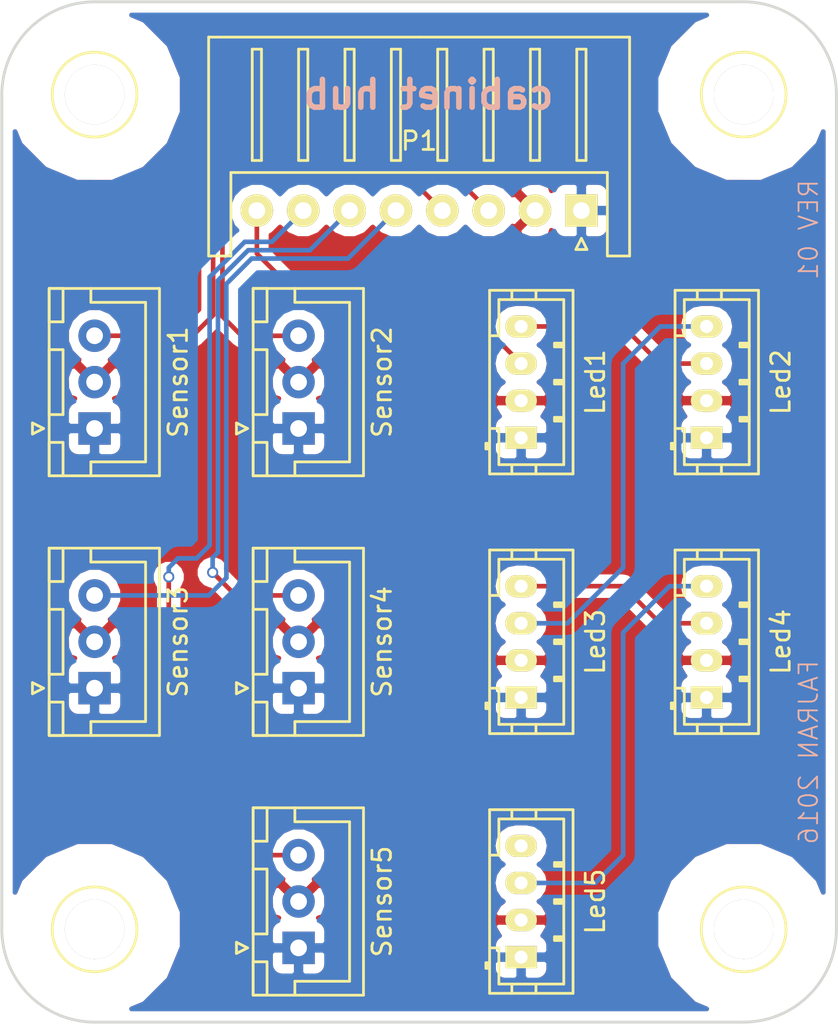
<source format=kicad_pcb>
(kicad_pcb (version 4) (host pcbnew 4.0.3+e1-6302~38~ubuntu15.04.1-stable)

  (general
    (links 30)
    (no_connects 0)
    (area 44.899999 49.899999 90.100001 105.100001)
    (thickness 1.6)
    (drawings 13)
    (tracks 70)
    (zones 0)
    (modules 15)
    (nets 14)
  )

  (page A4)
  (layers
    (0 F.Cu signal)
    (31 B.Cu signal)
    (32 B.Adhes user)
    (33 F.Adhes user)
    (34 B.Paste user)
    (35 F.Paste user)
    (36 B.SilkS user)
    (37 F.SilkS user)
    (38 B.Mask user)
    (39 F.Mask user)
    (40 Dwgs.User user)
    (41 Cmts.User user)
    (42 Eco1.User user)
    (43 Eco2.User user)
    (44 Edge.Cuts user)
    (45 Margin user)
    (46 B.CrtYd user)
    (47 F.CrtYd user)
    (48 B.Fab user)
    (49 F.Fab user)
  )

  (setup
    (last_trace_width 0.25)
    (trace_clearance 0.2)
    (zone_clearance 0.508)
    (zone_45_only no)
    (trace_min 0.2)
    (segment_width 0.2)
    (edge_width 0.15)
    (via_size 0.6)
    (via_drill 0.4)
    (via_min_size 0.4)
    (via_min_drill 0.3)
    (uvia_size 0.3)
    (uvia_drill 0.1)
    (uvias_allowed no)
    (uvia_min_size 0.2)
    (uvia_min_drill 0.1)
    (pcb_text_width 0.3)
    (pcb_text_size 1.5 1.5)
    (mod_edge_width 0.15)
    (mod_text_size 1 1)
    (mod_text_width 0.15)
    (pad_size 3.2 3.2)
    (pad_drill 3.2)
    (pad_to_mask_clearance 0.2)
    (aux_axis_origin 0 0)
    (grid_origin 74.5 76.25)
    (visible_elements FFFFFF7F)
    (pcbplotparams
      (layerselection 0x010f0_80000001)
      (usegerberextensions false)
      (excludeedgelayer true)
      (linewidth 0.100000)
      (plotframeref false)
      (viasonmask false)
      (mode 1)
      (useauxorigin false)
      (hpglpennumber 1)
      (hpglpenspeed 20)
      (hpglpendiameter 15)
      (hpglpenoverlay 2)
      (psnegative false)
      (psa4output false)
      (plotreference true)
      (plotvalue true)
      (plotinvisibletext false)
      (padsonsilk false)
      (subtractmaskfromsilk false)
      (outputformat 1)
      (mirror false)
      (drillshape 0)
      (scaleselection 1)
      (outputdirectory gerber))
  )

  (net 0 "")
  (net 1 GND)
  (net 2 +5V)
  (net 3 /In1)
  (net 4 /In2)
  (net 5 /In3)
  (net 6 /In4)
  (net 7 /In5)
  (net 8 /Led-1)
  (net 9 /Led-1-2)
  (net 10 /Led-2-3)
  (net 11 /Led-3-4)
  (net 12 /Led-4-5)
  (net 13 /Led-5-6)

  (net_class Default "This is the default net class."
    (clearance 0.2)
    (trace_width 0.25)
    (via_dia 0.6)
    (via_drill 0.4)
    (uvia_dia 0.3)
    (uvia_drill 0.1)
    (add_net +5V)
    (add_net /In1)
    (add_net /In2)
    (add_net /In3)
    (add_net /In4)
    (add_net /In5)
    (add_net /Led-1)
    (add_net /Led-1-2)
    (add_net /Led-2-3)
    (add_net /Led-3-4)
    (add_net /Led-4-5)
    (add_net /Led-5-6)
    (add_net GND)
  )

  (module Connect:1pin (layer F.Cu) (tedit 57C0AD60) (tstamp 57B64FBF)
    (at 50 55)
    (descr "module 1 pin (ou trou mecanique de percage)")
    (tags DEV)
    (fp_text reference REF** (at 0 -3.048) (layer F.SilkS) hide
      (effects (font (size 1 1) (thickness 0.15)))
    )
    (fp_text value 1pin (at 0 2.794) (layer F.Fab)
      (effects (font (size 1 1) (thickness 0.15)))
    )
    (fp_circle (center 0 0) (end 0 -2.286) (layer F.SilkS) (width 0.15))
    (pad 1 thru_hole circle (at 0 0) (size 3.2 3.2) (drill 3.2) (layers *.Cu *.Mask F.SilkS)
      (solder_mask_margin 2) (clearance 3))
  )

  (module Connect:1pin (layer F.Cu) (tedit 57C0AD65) (tstamp 57B64FC1)
    (at 85 55)
    (descr "module 1 pin (ou trou mecanique de percage)")
    (tags DEV)
    (fp_text reference REF** (at 0 -3.048) (layer F.SilkS) hide
      (effects (font (size 1 1) (thickness 0.15)))
    )
    (fp_text value 1pin (at 0 2.794) (layer F.Fab)
      (effects (font (size 1 1) (thickness 0.15)))
    )
    (fp_circle (center 0 0) (end 0 -2.286) (layer F.SilkS) (width 0.15))
    (pad 1 thru_hole circle (at 0 0) (size 3.2 3.2) (drill 3.2) (layers *.Cu *.Mask F.SilkS)
      (solder_mask_margin 2) (clearance 3))
  )

  (module Connect:1pin (layer F.Cu) (tedit 57C0AD6A) (tstamp 57B64FC2)
    (at 50 100)
    (descr "module 1 pin (ou trou mecanique de percage)")
    (tags DEV)
    (fp_text reference REF** (at 0 -3.048) (layer F.SilkS) hide
      (effects (font (size 1 1) (thickness 0.15)))
    )
    (fp_text value 1pin (at 0 2.794) (layer F.Fab)
      (effects (font (size 1 1) (thickness 0.15)))
    )
    (fp_circle (center 0 0) (end 0 -2.286) (layer F.SilkS) (width 0.15))
    (pad 1 thru_hole circle (at 0 0) (size 3.2 3.2) (drill 3.2) (layers *.Cu *.Mask F.SilkS)
      (solder_mask_margin 2) (clearance 3))
  )

  (module Connect:1pin (layer F.Cu) (tedit 57C0AD6D) (tstamp 57B64FC3)
    (at 85 100)
    (descr "module 1 pin (ou trou mecanique de percage)")
    (tags DEV)
    (fp_text reference REF** (at 0 -3.048) (layer F.SilkS) hide
      (effects (font (size 1 1) (thickness 0.15)))
    )
    (fp_text value 1pin (at 0 2.794) (layer F.Fab)
      (effects (font (size 1 1) (thickness 0.15)))
    )
    (fp_circle (center 0 0) (end 0 -2.286) (layer F.SilkS) (width 0.15))
    (pad 1 thru_hole circle (at 0 0) (size 3.2 3.2) (drill 3.2) (layers *.Cu *.Mask F.SilkS)
      (solder_mask_margin 2) (clearance 3))
  )

  (module Connectors_JST:JST_XH_S08B-XH-A_08x2.50mm_Angled (layer F.Cu) (tedit 57E76579) (tstamp 57E766E1)
    (at 76.25 61.25 180)
    (descr "JST XH series connector, S08B-XH-A, side entry type, through hole")
    (tags "connector jst xh tht side horizontal angled 2.50mm")
    (path /57B64CE7)
    (fp_text reference P1 (at 8.75 3.75 180) (layer F.SilkS)
      (effects (font (size 1 1) (thickness 0.15)))
    )
    (fp_text value Controller (at 8.75 10.3 180) (layer F.Fab)
      (effects (font (size 1 1) (thickness 0.15)))
    )
    (fp_line (start -2.95 -2.8) (end -2.95 9.7) (layer F.CrtYd) (width 0.05))
    (fp_line (start -2.95 9.7) (end 20.45 9.7) (layer F.CrtYd) (width 0.05))
    (fp_line (start 20.45 9.7) (end 20.45 -2.8) (layer F.CrtYd) (width 0.05))
    (fp_line (start 20.45 -2.8) (end -2.95 -2.8) (layer F.CrtYd) (width 0.05))
    (fp_line (start 8.75 9.35) (end -2.6 9.35) (layer F.SilkS) (width 0.15))
    (fp_line (start -2.6 9.35) (end -2.6 -2.45) (layer F.SilkS) (width 0.15))
    (fp_line (start -2.6 -2.45) (end -1.4 -2.45) (layer F.SilkS) (width 0.15))
    (fp_line (start -1.4 -2.45) (end -1.4 2.05) (layer F.SilkS) (width 0.15))
    (fp_line (start -1.4 2.05) (end 8.75 2.05) (layer F.SilkS) (width 0.15))
    (fp_line (start 8.75 9.35) (end 20.1 9.35) (layer F.SilkS) (width 0.15))
    (fp_line (start 20.1 9.35) (end 20.1 -2.45) (layer F.SilkS) (width 0.15))
    (fp_line (start 20.1 -2.45) (end 18.9 -2.45) (layer F.SilkS) (width 0.15))
    (fp_line (start 18.9 -2.45) (end 18.9 2.05) (layer F.SilkS) (width 0.15))
    (fp_line (start 18.9 2.05) (end 8.75 2.05) (layer F.SilkS) (width 0.15))
    (fp_line (start -0.25 2.7) (end -0.25 8.7) (layer F.SilkS) (width 0.15))
    (fp_line (start -0.25 8.7) (end 0.25 8.7) (layer F.SilkS) (width 0.15))
    (fp_line (start 0.25 8.7) (end 0.25 2.7) (layer F.SilkS) (width 0.15))
    (fp_line (start 0.25 2.7) (end -0.25 2.7) (layer F.SilkS) (width 0.15))
    (fp_line (start 2.25 2.7) (end 2.25 8.7) (layer F.SilkS) (width 0.15))
    (fp_line (start 2.25 8.7) (end 2.75 8.7) (layer F.SilkS) (width 0.15))
    (fp_line (start 2.75 8.7) (end 2.75 2.7) (layer F.SilkS) (width 0.15))
    (fp_line (start 2.75 2.7) (end 2.25 2.7) (layer F.SilkS) (width 0.15))
    (fp_line (start 4.75 2.7) (end 4.75 8.7) (layer F.SilkS) (width 0.15))
    (fp_line (start 4.75 8.7) (end 5.25 8.7) (layer F.SilkS) (width 0.15))
    (fp_line (start 5.25 8.7) (end 5.25 2.7) (layer F.SilkS) (width 0.15))
    (fp_line (start 5.25 2.7) (end 4.75 2.7) (layer F.SilkS) (width 0.15))
    (fp_line (start 7.25 2.7) (end 7.25 8.7) (layer F.SilkS) (width 0.15))
    (fp_line (start 7.25 8.7) (end 7.75 8.7) (layer F.SilkS) (width 0.15))
    (fp_line (start 7.75 8.7) (end 7.75 2.7) (layer F.SilkS) (width 0.15))
    (fp_line (start 7.75 2.7) (end 7.25 2.7) (layer F.SilkS) (width 0.15))
    (fp_line (start 9.75 2.7) (end 9.75 8.7) (layer F.SilkS) (width 0.15))
    (fp_line (start 9.75 8.7) (end 10.25 8.7) (layer F.SilkS) (width 0.15))
    (fp_line (start 10.25 8.7) (end 10.25 2.7) (layer F.SilkS) (width 0.15))
    (fp_line (start 10.25 2.7) (end 9.75 2.7) (layer F.SilkS) (width 0.15))
    (fp_line (start 12.25 2.7) (end 12.25 8.7) (layer F.SilkS) (width 0.15))
    (fp_line (start 12.25 8.7) (end 12.75 8.7) (layer F.SilkS) (width 0.15))
    (fp_line (start 12.75 8.7) (end 12.75 2.7) (layer F.SilkS) (width 0.15))
    (fp_line (start 12.75 2.7) (end 12.25 2.7) (layer F.SilkS) (width 0.15))
    (fp_line (start 14.75 2.7) (end 14.75 8.7) (layer F.SilkS) (width 0.15))
    (fp_line (start 14.75 8.7) (end 15.25 8.7) (layer F.SilkS) (width 0.15))
    (fp_line (start 15.25 8.7) (end 15.25 2.7) (layer F.SilkS) (width 0.15))
    (fp_line (start 15.25 2.7) (end 14.75 2.7) (layer F.SilkS) (width 0.15))
    (fp_line (start 17.25 2.7) (end 17.25 8.7) (layer F.SilkS) (width 0.15))
    (fp_line (start 17.25 8.7) (end 17.75 8.7) (layer F.SilkS) (width 0.15))
    (fp_line (start 17.75 8.7) (end 17.75 2.7) (layer F.SilkS) (width 0.15))
    (fp_line (start 17.75 2.7) (end 17.25 2.7) (layer F.SilkS) (width 0.15))
    (fp_line (start 0 -1.5) (end -0.3 -2.1) (layer F.SilkS) (width 0.15))
    (fp_line (start -0.3 -2.1) (end 0.3 -2.1) (layer F.SilkS) (width 0.15))
    (fp_line (start 0.3 -2.1) (end 0 -1.5) (layer F.SilkS) (width 0.15))
    (pad 1 thru_hole rect (at 0 0 180) (size 1.75 1.75) (drill 0.9) (layers *.Cu *.Mask F.SilkS)
      (net 1 GND))
    (pad 2 thru_hole circle (at 2.5 0 180) (size 1.75 1.75) (drill 0.9) (layers *.Cu *.Mask F.SilkS)
      (net 2 +5V))
    (pad 3 thru_hole circle (at 5 0 180) (size 1.75 1.75) (drill 0.9) (layers *.Cu *.Mask F.SilkS)
      (net 3 /In1))
    (pad 4 thru_hole circle (at 7.5 0 180) (size 1.75 1.75) (drill 0.9) (layers *.Cu *.Mask F.SilkS)
      (net 4 /In2))
    (pad 5 thru_hole circle (at 10 0 180) (size 1.75 1.75) (drill 0.9) (layers *.Cu *.Mask F.SilkS)
      (net 5 /In3))
    (pad 6 thru_hole circle (at 12.5 0 180) (size 1.75 1.75) (drill 0.9) (layers *.Cu *.Mask F.SilkS)
      (net 6 /In4))
    (pad 7 thru_hole circle (at 15 0 180) (size 1.75 1.75) (drill 0.9) (layers *.Cu *.Mask F.SilkS)
      (net 7 /In5))
    (pad 8 thru_hole circle (at 17.5 0 180) (size 1.75 1.75) (drill 0.9) (layers *.Cu *.Mask F.SilkS)
      (net 8 /Led-1))
    (model Connectors_JST.3dshapes/JST_XH_S08B-XH-A_08x2.50mm_Angled.wrl
      (at (xyz 0 0 0))
      (scale (xyz 1 1 1))
      (rotate (xyz 0 0 0))
    )
  )

  (module Connectors_JST:JST_XH_B03B-XH-A_03x2.50mm_Straight (layer F.Cu) (tedit 57E7659F) (tstamp 57E766E8)
    (at 50 73 90)
    (descr "JST XH series connector, B03B-XH-A, top entry type, through hole")
    (tags "connector jst xh tht top vertical 2.50mm")
    (path /57B64DE7)
    (fp_text reference P2 (at 2.5 -3.5 90) (layer F.SilkS) hide
      (effects (font (size 1 1) (thickness 0.15)))
    )
    (fp_text value Sensor1 (at 2.5 4.5 90) (layer F.SilkS)
      (effects (font (size 1 1) (thickness 0.15)))
    )
    (fp_line (start -2.95 -2.85) (end -2.95 3.9) (layer F.CrtYd) (width 0.05))
    (fp_line (start -2.95 3.9) (end 7.95 3.9) (layer F.CrtYd) (width 0.05))
    (fp_line (start 7.95 3.9) (end 7.95 -2.85) (layer F.CrtYd) (width 0.05))
    (fp_line (start 7.95 -2.85) (end -2.95 -2.85) (layer F.CrtYd) (width 0.05))
    (fp_line (start -2.55 -2.45) (end -2.55 3.5) (layer F.SilkS) (width 0.15))
    (fp_line (start -2.55 3.5) (end 7.55 3.5) (layer F.SilkS) (width 0.15))
    (fp_line (start 7.55 3.5) (end 7.55 -2.45) (layer F.SilkS) (width 0.15))
    (fp_line (start 7.55 -2.45) (end -2.55 -2.45) (layer F.SilkS) (width 0.15))
    (fp_line (start 0.75 -2.45) (end 0.75 -1.7) (layer F.SilkS) (width 0.15))
    (fp_line (start 0.75 -1.7) (end 4.25 -1.7) (layer F.SilkS) (width 0.15))
    (fp_line (start 4.25 -1.7) (end 4.25 -2.45) (layer F.SilkS) (width 0.15))
    (fp_line (start 4.25 -2.45) (end 0.75 -2.45) (layer F.SilkS) (width 0.15))
    (fp_line (start -2.55 -2.45) (end -2.55 -1.7) (layer F.SilkS) (width 0.15))
    (fp_line (start -2.55 -1.7) (end -0.75 -1.7) (layer F.SilkS) (width 0.15))
    (fp_line (start -0.75 -1.7) (end -0.75 -2.45) (layer F.SilkS) (width 0.15))
    (fp_line (start -0.75 -2.45) (end -2.55 -2.45) (layer F.SilkS) (width 0.15))
    (fp_line (start 5.75 -2.45) (end 5.75 -1.7) (layer F.SilkS) (width 0.15))
    (fp_line (start 5.75 -1.7) (end 7.55 -1.7) (layer F.SilkS) (width 0.15))
    (fp_line (start 7.55 -1.7) (end 7.55 -2.45) (layer F.SilkS) (width 0.15))
    (fp_line (start 7.55 -2.45) (end 5.75 -2.45) (layer F.SilkS) (width 0.15))
    (fp_line (start -2.55 -0.2) (end -1.8 -0.2) (layer F.SilkS) (width 0.15))
    (fp_line (start -1.8 -0.2) (end -1.8 2.75) (layer F.SilkS) (width 0.15))
    (fp_line (start -1.8 2.75) (end 2.5 2.75) (layer F.SilkS) (width 0.15))
    (fp_line (start 7.55 -0.2) (end 6.8 -0.2) (layer F.SilkS) (width 0.15))
    (fp_line (start 6.8 -0.2) (end 6.8 2.75) (layer F.SilkS) (width 0.15))
    (fp_line (start 6.8 2.75) (end 2.5 2.75) (layer F.SilkS) (width 0.15))
    (fp_line (start 0 -2.75) (end -0.3 -3.35) (layer F.SilkS) (width 0.15))
    (fp_line (start -0.3 -3.35) (end 0.3 -3.35) (layer F.SilkS) (width 0.15))
    (fp_line (start 0.3 -3.35) (end 0 -2.75) (layer F.SilkS) (width 0.15))
    (pad 1 thru_hole rect (at 0 0 90) (size 1.75 1.75) (drill 0.9) (layers *.Cu *.Mask)
      (net 1 GND))
    (pad 2 thru_hole circle (at 2.5 0 90) (size 1.75 1.75) (drill 0.9) (layers *.Cu *.Mask)
      (net 2 +5V))
    (pad 3 thru_hole circle (at 5 0 90) (size 1.75 1.75) (drill 0.9) (layers *.Cu *.Mask)
      (net 3 /In1))
    (model Connectors_JST.3dshapes/JST_XH_B03B-XH-A_03x2.50mm_Straight.wrl
      (at (xyz 0 0 0))
      (scale (xyz 1 1 1))
      (rotate (xyz 0 0 0))
    )
  )

  (module Connectors_JST:JST_XH_B03B-XH-A_03x2.50mm_Straight (layer F.Cu) (tedit 57E765B4) (tstamp 57E766EF)
    (at 61 73 90)
    (descr "JST XH series connector, B03B-XH-A, top entry type, through hole")
    (tags "connector jst xh tht top vertical 2.50mm")
    (path /57B64F3E)
    (fp_text reference P3 (at 2.5 -3.5 90) (layer F.SilkS) hide
      (effects (font (size 1 1) (thickness 0.15)))
    )
    (fp_text value Sensor2 (at 2.5 4.5 90) (layer F.SilkS)
      (effects (font (size 1 1) (thickness 0.15)))
    )
    (fp_line (start -2.95 -2.85) (end -2.95 3.9) (layer F.CrtYd) (width 0.05))
    (fp_line (start -2.95 3.9) (end 7.95 3.9) (layer F.CrtYd) (width 0.05))
    (fp_line (start 7.95 3.9) (end 7.95 -2.85) (layer F.CrtYd) (width 0.05))
    (fp_line (start 7.95 -2.85) (end -2.95 -2.85) (layer F.CrtYd) (width 0.05))
    (fp_line (start -2.55 -2.45) (end -2.55 3.5) (layer F.SilkS) (width 0.15))
    (fp_line (start -2.55 3.5) (end 7.55 3.5) (layer F.SilkS) (width 0.15))
    (fp_line (start 7.55 3.5) (end 7.55 -2.45) (layer F.SilkS) (width 0.15))
    (fp_line (start 7.55 -2.45) (end -2.55 -2.45) (layer F.SilkS) (width 0.15))
    (fp_line (start 0.75 -2.45) (end 0.75 -1.7) (layer F.SilkS) (width 0.15))
    (fp_line (start 0.75 -1.7) (end 4.25 -1.7) (layer F.SilkS) (width 0.15))
    (fp_line (start 4.25 -1.7) (end 4.25 -2.45) (layer F.SilkS) (width 0.15))
    (fp_line (start 4.25 -2.45) (end 0.75 -2.45) (layer F.SilkS) (width 0.15))
    (fp_line (start -2.55 -2.45) (end -2.55 -1.7) (layer F.SilkS) (width 0.15))
    (fp_line (start -2.55 -1.7) (end -0.75 -1.7) (layer F.SilkS) (width 0.15))
    (fp_line (start -0.75 -1.7) (end -0.75 -2.45) (layer F.SilkS) (width 0.15))
    (fp_line (start -0.75 -2.45) (end -2.55 -2.45) (layer F.SilkS) (width 0.15))
    (fp_line (start 5.75 -2.45) (end 5.75 -1.7) (layer F.SilkS) (width 0.15))
    (fp_line (start 5.75 -1.7) (end 7.55 -1.7) (layer F.SilkS) (width 0.15))
    (fp_line (start 7.55 -1.7) (end 7.55 -2.45) (layer F.SilkS) (width 0.15))
    (fp_line (start 7.55 -2.45) (end 5.75 -2.45) (layer F.SilkS) (width 0.15))
    (fp_line (start -2.55 -0.2) (end -1.8 -0.2) (layer F.SilkS) (width 0.15))
    (fp_line (start -1.8 -0.2) (end -1.8 2.75) (layer F.SilkS) (width 0.15))
    (fp_line (start -1.8 2.75) (end 2.5 2.75) (layer F.SilkS) (width 0.15))
    (fp_line (start 7.55 -0.2) (end 6.8 -0.2) (layer F.SilkS) (width 0.15))
    (fp_line (start 6.8 -0.2) (end 6.8 2.75) (layer F.SilkS) (width 0.15))
    (fp_line (start 6.8 2.75) (end 2.5 2.75) (layer F.SilkS) (width 0.15))
    (fp_line (start 0 -2.75) (end -0.3 -3.35) (layer F.SilkS) (width 0.15))
    (fp_line (start -0.3 -3.35) (end 0.3 -3.35) (layer F.SilkS) (width 0.15))
    (fp_line (start 0.3 -3.35) (end 0 -2.75) (layer F.SilkS) (width 0.15))
    (pad 1 thru_hole rect (at 0 0 90) (size 1.75 1.75) (drill 0.9) (layers *.Cu *.Mask)
      (net 1 GND))
    (pad 2 thru_hole circle (at 2.5 0 90) (size 1.75 1.75) (drill 0.9) (layers *.Cu *.Mask)
      (net 2 +5V))
    (pad 3 thru_hole circle (at 5 0 90) (size 1.75 1.75) (drill 0.9) (layers *.Cu *.Mask)
      (net 4 /In2))
    (model Connectors_JST.3dshapes/JST_XH_B03B-XH-A_03x2.50mm_Straight.wrl
      (at (xyz 0 0 0))
      (scale (xyz 1 1 1))
      (rotate (xyz 0 0 0))
    )
  )

  (module Connectors_JST:JST_XH_B03B-XH-A_03x2.50mm_Straight (layer F.Cu) (tedit 57E765A9) (tstamp 57E766F6)
    (at 50 87 90)
    (descr "JST XH series connector, B03B-XH-A, top entry type, through hole")
    (tags "connector jst xh tht top vertical 2.50mm")
    (path /57B64F9B)
    (fp_text reference P4 (at 2.5 -3.5 90) (layer F.SilkS) hide
      (effects (font (size 1 1) (thickness 0.15)))
    )
    (fp_text value Sensor3 (at 2.5 4.5 90) (layer F.SilkS)
      (effects (font (size 1 1) (thickness 0.15)))
    )
    (fp_line (start -2.95 -2.85) (end -2.95 3.9) (layer F.CrtYd) (width 0.05))
    (fp_line (start -2.95 3.9) (end 7.95 3.9) (layer F.CrtYd) (width 0.05))
    (fp_line (start 7.95 3.9) (end 7.95 -2.85) (layer F.CrtYd) (width 0.05))
    (fp_line (start 7.95 -2.85) (end -2.95 -2.85) (layer F.CrtYd) (width 0.05))
    (fp_line (start -2.55 -2.45) (end -2.55 3.5) (layer F.SilkS) (width 0.15))
    (fp_line (start -2.55 3.5) (end 7.55 3.5) (layer F.SilkS) (width 0.15))
    (fp_line (start 7.55 3.5) (end 7.55 -2.45) (layer F.SilkS) (width 0.15))
    (fp_line (start 7.55 -2.45) (end -2.55 -2.45) (layer F.SilkS) (width 0.15))
    (fp_line (start 0.75 -2.45) (end 0.75 -1.7) (layer F.SilkS) (width 0.15))
    (fp_line (start 0.75 -1.7) (end 4.25 -1.7) (layer F.SilkS) (width 0.15))
    (fp_line (start 4.25 -1.7) (end 4.25 -2.45) (layer F.SilkS) (width 0.15))
    (fp_line (start 4.25 -2.45) (end 0.75 -2.45) (layer F.SilkS) (width 0.15))
    (fp_line (start -2.55 -2.45) (end -2.55 -1.7) (layer F.SilkS) (width 0.15))
    (fp_line (start -2.55 -1.7) (end -0.75 -1.7) (layer F.SilkS) (width 0.15))
    (fp_line (start -0.75 -1.7) (end -0.75 -2.45) (layer F.SilkS) (width 0.15))
    (fp_line (start -0.75 -2.45) (end -2.55 -2.45) (layer F.SilkS) (width 0.15))
    (fp_line (start 5.75 -2.45) (end 5.75 -1.7) (layer F.SilkS) (width 0.15))
    (fp_line (start 5.75 -1.7) (end 7.55 -1.7) (layer F.SilkS) (width 0.15))
    (fp_line (start 7.55 -1.7) (end 7.55 -2.45) (layer F.SilkS) (width 0.15))
    (fp_line (start 7.55 -2.45) (end 5.75 -2.45) (layer F.SilkS) (width 0.15))
    (fp_line (start -2.55 -0.2) (end -1.8 -0.2) (layer F.SilkS) (width 0.15))
    (fp_line (start -1.8 -0.2) (end -1.8 2.75) (layer F.SilkS) (width 0.15))
    (fp_line (start -1.8 2.75) (end 2.5 2.75) (layer F.SilkS) (width 0.15))
    (fp_line (start 7.55 -0.2) (end 6.8 -0.2) (layer F.SilkS) (width 0.15))
    (fp_line (start 6.8 -0.2) (end 6.8 2.75) (layer F.SilkS) (width 0.15))
    (fp_line (start 6.8 2.75) (end 2.5 2.75) (layer F.SilkS) (width 0.15))
    (fp_line (start 0 -2.75) (end -0.3 -3.35) (layer F.SilkS) (width 0.15))
    (fp_line (start -0.3 -3.35) (end 0.3 -3.35) (layer F.SilkS) (width 0.15))
    (fp_line (start 0.3 -3.35) (end 0 -2.75) (layer F.SilkS) (width 0.15))
    (pad 1 thru_hole rect (at 0 0 90) (size 1.75 1.75) (drill 0.9) (layers *.Cu *.Mask)
      (net 1 GND))
    (pad 2 thru_hole circle (at 2.5 0 90) (size 1.75 1.75) (drill 0.9) (layers *.Cu *.Mask)
      (net 2 +5V))
    (pad 3 thru_hole circle (at 5 0 90) (size 1.75 1.75) (drill 0.9) (layers *.Cu *.Mask)
      (net 5 /In3))
    (model Connectors_JST.3dshapes/JST_XH_B03B-XH-A_03x2.50mm_Straight.wrl
      (at (xyz 0 0 0))
      (scale (xyz 1 1 1))
      (rotate (xyz 0 0 0))
    )
  )

  (module Connectors_JST:JST_XH_B03B-XH-A_03x2.50mm_Straight (layer F.Cu) (tedit 57E765B9) (tstamp 57E766FD)
    (at 61 87 90)
    (descr "JST XH series connector, B03B-XH-A, top entry type, through hole")
    (tags "connector jst xh tht top vertical 2.50mm")
    (path /57B64FB3)
    (fp_text reference P5 (at 2.5 -3.5 90) (layer F.SilkS) hide
      (effects (font (size 1 1) (thickness 0.15)))
    )
    (fp_text value Sensor4 (at 2.5 4.5 90) (layer F.SilkS)
      (effects (font (size 1 1) (thickness 0.15)))
    )
    (fp_line (start -2.95 -2.85) (end -2.95 3.9) (layer F.CrtYd) (width 0.05))
    (fp_line (start -2.95 3.9) (end 7.95 3.9) (layer F.CrtYd) (width 0.05))
    (fp_line (start 7.95 3.9) (end 7.95 -2.85) (layer F.CrtYd) (width 0.05))
    (fp_line (start 7.95 -2.85) (end -2.95 -2.85) (layer F.CrtYd) (width 0.05))
    (fp_line (start -2.55 -2.45) (end -2.55 3.5) (layer F.SilkS) (width 0.15))
    (fp_line (start -2.55 3.5) (end 7.55 3.5) (layer F.SilkS) (width 0.15))
    (fp_line (start 7.55 3.5) (end 7.55 -2.45) (layer F.SilkS) (width 0.15))
    (fp_line (start 7.55 -2.45) (end -2.55 -2.45) (layer F.SilkS) (width 0.15))
    (fp_line (start 0.75 -2.45) (end 0.75 -1.7) (layer F.SilkS) (width 0.15))
    (fp_line (start 0.75 -1.7) (end 4.25 -1.7) (layer F.SilkS) (width 0.15))
    (fp_line (start 4.25 -1.7) (end 4.25 -2.45) (layer F.SilkS) (width 0.15))
    (fp_line (start 4.25 -2.45) (end 0.75 -2.45) (layer F.SilkS) (width 0.15))
    (fp_line (start -2.55 -2.45) (end -2.55 -1.7) (layer F.SilkS) (width 0.15))
    (fp_line (start -2.55 -1.7) (end -0.75 -1.7) (layer F.SilkS) (width 0.15))
    (fp_line (start -0.75 -1.7) (end -0.75 -2.45) (layer F.SilkS) (width 0.15))
    (fp_line (start -0.75 -2.45) (end -2.55 -2.45) (layer F.SilkS) (width 0.15))
    (fp_line (start 5.75 -2.45) (end 5.75 -1.7) (layer F.SilkS) (width 0.15))
    (fp_line (start 5.75 -1.7) (end 7.55 -1.7) (layer F.SilkS) (width 0.15))
    (fp_line (start 7.55 -1.7) (end 7.55 -2.45) (layer F.SilkS) (width 0.15))
    (fp_line (start 7.55 -2.45) (end 5.75 -2.45) (layer F.SilkS) (width 0.15))
    (fp_line (start -2.55 -0.2) (end -1.8 -0.2) (layer F.SilkS) (width 0.15))
    (fp_line (start -1.8 -0.2) (end -1.8 2.75) (layer F.SilkS) (width 0.15))
    (fp_line (start -1.8 2.75) (end 2.5 2.75) (layer F.SilkS) (width 0.15))
    (fp_line (start 7.55 -0.2) (end 6.8 -0.2) (layer F.SilkS) (width 0.15))
    (fp_line (start 6.8 -0.2) (end 6.8 2.75) (layer F.SilkS) (width 0.15))
    (fp_line (start 6.8 2.75) (end 2.5 2.75) (layer F.SilkS) (width 0.15))
    (fp_line (start 0 -2.75) (end -0.3 -3.35) (layer F.SilkS) (width 0.15))
    (fp_line (start -0.3 -3.35) (end 0.3 -3.35) (layer F.SilkS) (width 0.15))
    (fp_line (start 0.3 -3.35) (end 0 -2.75) (layer F.SilkS) (width 0.15))
    (pad 1 thru_hole rect (at 0 0 90) (size 1.75 1.75) (drill 0.9) (layers *.Cu *.Mask)
      (net 1 GND))
    (pad 2 thru_hole circle (at 2.5 0 90) (size 1.75 1.75) (drill 0.9) (layers *.Cu *.Mask)
      (net 2 +5V))
    (pad 3 thru_hole circle (at 5 0 90) (size 1.75 1.75) (drill 0.9) (layers *.Cu *.Mask)
      (net 6 /In4))
    (model Connectors_JST.3dshapes/JST_XH_B03B-XH-A_03x2.50mm_Straight.wrl
      (at (xyz 0 0 0))
      (scale (xyz 1 1 1))
      (rotate (xyz 0 0 0))
    )
  )

  (module Connectors_JST:JST_XH_B03B-XH-A_03x2.50mm_Straight (layer F.Cu) (tedit 57E765E5) (tstamp 57E76704)
    (at 61 101 90)
    (descr "JST XH series connector, B03B-XH-A, top entry type, through hole")
    (tags "connector jst xh tht top vertical 2.50mm")
    (path /57B6502D)
    (fp_text reference P6 (at 2.5 -3.5 90) (layer F.SilkS) hide
      (effects (font (size 1 1) (thickness 0.15)))
    )
    (fp_text value Sensor5 (at 2.5 4.5 90) (layer F.SilkS)
      (effects (font (size 1 1) (thickness 0.15)))
    )
    (fp_line (start -2.95 -2.85) (end -2.95 3.9) (layer F.CrtYd) (width 0.05))
    (fp_line (start -2.95 3.9) (end 7.95 3.9) (layer F.CrtYd) (width 0.05))
    (fp_line (start 7.95 3.9) (end 7.95 -2.85) (layer F.CrtYd) (width 0.05))
    (fp_line (start 7.95 -2.85) (end -2.95 -2.85) (layer F.CrtYd) (width 0.05))
    (fp_line (start -2.55 -2.45) (end -2.55 3.5) (layer F.SilkS) (width 0.15))
    (fp_line (start -2.55 3.5) (end 7.55 3.5) (layer F.SilkS) (width 0.15))
    (fp_line (start 7.55 3.5) (end 7.55 -2.45) (layer F.SilkS) (width 0.15))
    (fp_line (start 7.55 -2.45) (end -2.55 -2.45) (layer F.SilkS) (width 0.15))
    (fp_line (start 0.75 -2.45) (end 0.75 -1.7) (layer F.SilkS) (width 0.15))
    (fp_line (start 0.75 -1.7) (end 4.25 -1.7) (layer F.SilkS) (width 0.15))
    (fp_line (start 4.25 -1.7) (end 4.25 -2.45) (layer F.SilkS) (width 0.15))
    (fp_line (start 4.25 -2.45) (end 0.75 -2.45) (layer F.SilkS) (width 0.15))
    (fp_line (start -2.55 -2.45) (end -2.55 -1.7) (layer F.SilkS) (width 0.15))
    (fp_line (start -2.55 -1.7) (end -0.75 -1.7) (layer F.SilkS) (width 0.15))
    (fp_line (start -0.75 -1.7) (end -0.75 -2.45) (layer F.SilkS) (width 0.15))
    (fp_line (start -0.75 -2.45) (end -2.55 -2.45) (layer F.SilkS) (width 0.15))
    (fp_line (start 5.75 -2.45) (end 5.75 -1.7) (layer F.SilkS) (width 0.15))
    (fp_line (start 5.75 -1.7) (end 7.55 -1.7) (layer F.SilkS) (width 0.15))
    (fp_line (start 7.55 -1.7) (end 7.55 -2.45) (layer F.SilkS) (width 0.15))
    (fp_line (start 7.55 -2.45) (end 5.75 -2.45) (layer F.SilkS) (width 0.15))
    (fp_line (start -2.55 -0.2) (end -1.8 -0.2) (layer F.SilkS) (width 0.15))
    (fp_line (start -1.8 -0.2) (end -1.8 2.75) (layer F.SilkS) (width 0.15))
    (fp_line (start -1.8 2.75) (end 2.5 2.75) (layer F.SilkS) (width 0.15))
    (fp_line (start 7.55 -0.2) (end 6.8 -0.2) (layer F.SilkS) (width 0.15))
    (fp_line (start 6.8 -0.2) (end 6.8 2.75) (layer F.SilkS) (width 0.15))
    (fp_line (start 6.8 2.75) (end 2.5 2.75) (layer F.SilkS) (width 0.15))
    (fp_line (start 0 -2.75) (end -0.3 -3.35) (layer F.SilkS) (width 0.15))
    (fp_line (start -0.3 -3.35) (end 0.3 -3.35) (layer F.SilkS) (width 0.15))
    (fp_line (start 0.3 -3.35) (end 0 -2.75) (layer F.SilkS) (width 0.15))
    (pad 1 thru_hole rect (at 0 0 90) (size 1.75 1.75) (drill 0.9) (layers *.Cu *.Mask)
      (net 1 GND))
    (pad 2 thru_hole circle (at 2.5 0 90) (size 1.75 1.75) (drill 0.9) (layers *.Cu *.Mask)
      (net 2 +5V))
    (pad 3 thru_hole circle (at 5 0 90) (size 1.75 1.75) (drill 0.9) (layers *.Cu *.Mask)
      (net 7 /In5))
    (model Connectors_JST.3dshapes/JST_XH_B03B-XH-A_03x2.50mm_Straight.wrl
      (at (xyz 0 0 0))
      (scale (xyz 1 1 1))
      (rotate (xyz 0 0 0))
    )
  )

  (module Connectors_JST:JST_PH_B4B-PH-K_04x2.00mm_Straight (layer F.Cu) (tedit 57E765C7) (tstamp 57E7670C)
    (at 73 73.5 90)
    (descr http://www.jst-mfg.com/product/pdf/eng/ePH.pdf)
    (tags "connector jst ph")
    (path /57B65194)
    (fp_text reference P7 (at 0 -3 90) (layer F.SilkS) hide
      (effects (font (size 1 1) (thickness 0.15)))
    )
    (fp_text value Led1 (at 3 4 90) (layer F.SilkS)
      (effects (font (size 1 1) (thickness 0.15)))
    )
    (fp_line (start -1.95 2.8) (end -1.95 -1.7) (layer F.SilkS) (width 0.15))
    (fp_line (start -1.95 -1.7) (end 7.95 -1.7) (layer F.SilkS) (width 0.15))
    (fp_line (start 7.95 -1.7) (end 7.95 2.8) (layer F.SilkS) (width 0.15))
    (fp_line (start 7.95 2.8) (end -1.95 2.8) (layer F.SilkS) (width 0.15))
    (fp_line (start 0.5 -1.7) (end 0.5 -1.2) (layer F.SilkS) (width 0.15))
    (fp_line (start 0.5 -1.2) (end -1.45 -1.2) (layer F.SilkS) (width 0.15))
    (fp_line (start -1.45 -1.2) (end -1.45 2.3) (layer F.SilkS) (width 0.15))
    (fp_line (start -1.45 2.3) (end 7.45 2.3) (layer F.SilkS) (width 0.15))
    (fp_line (start 7.45 2.3) (end 7.45 -1.2) (layer F.SilkS) (width 0.15))
    (fp_line (start 7.45 -1.2) (end 5.5 -1.2) (layer F.SilkS) (width 0.15))
    (fp_line (start 5.5 -1.2) (end 5.5 -1.7) (layer F.SilkS) (width 0.15))
    (fp_line (start -1.95 -0.5) (end -1.45 -0.5) (layer F.SilkS) (width 0.15))
    (fp_line (start -1.95 0.8) (end -1.45 0.8) (layer F.SilkS) (width 0.15))
    (fp_line (start 7.45 -0.5) (end 7.95 -0.5) (layer F.SilkS) (width 0.15))
    (fp_line (start 7.45 0.8) (end 7.95 0.8) (layer F.SilkS) (width 0.15))
    (fp_line (start -0.3 -1.7) (end -0.3 -1.9) (layer F.SilkS) (width 0.15))
    (fp_line (start -0.3 -1.9) (end -0.6 -1.9) (layer F.SilkS) (width 0.15))
    (fp_line (start -0.6 -1.9) (end -0.6 -1.7) (layer F.SilkS) (width 0.15))
    (fp_line (start -0.3 -1.8) (end -0.6 -1.8) (layer F.SilkS) (width 0.15))
    (fp_line (start 0.9 2.3) (end 0.9 1.8) (layer F.SilkS) (width 0.15))
    (fp_line (start 0.9 1.8) (end 1.1 1.8) (layer F.SilkS) (width 0.15))
    (fp_line (start 1.1 1.8) (end 1.1 2.3) (layer F.SilkS) (width 0.15))
    (fp_line (start 1 2.3) (end 1 1.8) (layer F.SilkS) (width 0.15))
    (fp_line (start 2.9 2.3) (end 2.9 1.8) (layer F.SilkS) (width 0.15))
    (fp_line (start 2.9 1.8) (end 3.1 1.8) (layer F.SilkS) (width 0.15))
    (fp_line (start 3.1 1.8) (end 3.1 2.3) (layer F.SilkS) (width 0.15))
    (fp_line (start 3 2.3) (end 3 1.8) (layer F.SilkS) (width 0.15))
    (fp_line (start 4.9 2.3) (end 4.9 1.8) (layer F.SilkS) (width 0.15))
    (fp_line (start 4.9 1.8) (end 5.1 1.8) (layer F.SilkS) (width 0.15))
    (fp_line (start 5.1 1.8) (end 5.1 2.3) (layer F.SilkS) (width 0.15))
    (fp_line (start 5 2.3) (end 5 1.8) (layer F.SilkS) (width 0.15))
    (fp_line (start -2.45 3.3) (end -2.45 -2.2) (layer F.CrtYd) (width 0.05))
    (fp_line (start -2.45 -2.2) (end 8.45 -2.2) (layer F.CrtYd) (width 0.05))
    (fp_line (start 8.45 -2.2) (end 8.45 3.3) (layer F.CrtYd) (width 0.05))
    (fp_line (start 8.45 3.3) (end -2.45 3.3) (layer F.CrtYd) (width 0.05))
    (pad 1 thru_hole rect (at 0 0 90) (size 1.2 1.7) (drill 0.7) (layers *.Cu *.Mask F.SilkS)
      (net 1 GND))
    (pad 2 thru_hole oval (at 2 0 90) (size 1.2 1.7) (drill 0.7) (layers *.Cu *.Mask F.SilkS)
      (net 2 +5V))
    (pad 3 thru_hole oval (at 4 0 90) (size 1.2 1.7) (drill 0.7) (layers *.Cu *.Mask F.SilkS)
      (net 8 /Led-1))
    (pad 4 thru_hole oval (at 6 0 90) (size 1.2 1.7) (drill 0.7) (layers *.Cu *.Mask F.SilkS)
      (net 9 /Led-1-2))
  )

  (module Connectors_JST:JST_PH_B4B-PH-K_04x2.00mm_Straight (layer F.Cu) (tedit 57E765C5) (tstamp 57E76714)
    (at 83 73.5 90)
    (descr http://www.jst-mfg.com/product/pdf/eng/ePH.pdf)
    (tags "connector jst ph")
    (path /57B65405)
    (fp_text reference P8 (at 0 -3 90) (layer F.SilkS) hide
      (effects (font (size 1 1) (thickness 0.15)))
    )
    (fp_text value Led2 (at 3 4 90) (layer F.SilkS)
      (effects (font (size 1 1) (thickness 0.15)))
    )
    (fp_line (start -1.95 2.8) (end -1.95 -1.7) (layer F.SilkS) (width 0.15))
    (fp_line (start -1.95 -1.7) (end 7.95 -1.7) (layer F.SilkS) (width 0.15))
    (fp_line (start 7.95 -1.7) (end 7.95 2.8) (layer F.SilkS) (width 0.15))
    (fp_line (start 7.95 2.8) (end -1.95 2.8) (layer F.SilkS) (width 0.15))
    (fp_line (start 0.5 -1.7) (end 0.5 -1.2) (layer F.SilkS) (width 0.15))
    (fp_line (start 0.5 -1.2) (end -1.45 -1.2) (layer F.SilkS) (width 0.15))
    (fp_line (start -1.45 -1.2) (end -1.45 2.3) (layer F.SilkS) (width 0.15))
    (fp_line (start -1.45 2.3) (end 7.45 2.3) (layer F.SilkS) (width 0.15))
    (fp_line (start 7.45 2.3) (end 7.45 -1.2) (layer F.SilkS) (width 0.15))
    (fp_line (start 7.45 -1.2) (end 5.5 -1.2) (layer F.SilkS) (width 0.15))
    (fp_line (start 5.5 -1.2) (end 5.5 -1.7) (layer F.SilkS) (width 0.15))
    (fp_line (start -1.95 -0.5) (end -1.45 -0.5) (layer F.SilkS) (width 0.15))
    (fp_line (start -1.95 0.8) (end -1.45 0.8) (layer F.SilkS) (width 0.15))
    (fp_line (start 7.45 -0.5) (end 7.95 -0.5) (layer F.SilkS) (width 0.15))
    (fp_line (start 7.45 0.8) (end 7.95 0.8) (layer F.SilkS) (width 0.15))
    (fp_line (start -0.3 -1.7) (end -0.3 -1.9) (layer F.SilkS) (width 0.15))
    (fp_line (start -0.3 -1.9) (end -0.6 -1.9) (layer F.SilkS) (width 0.15))
    (fp_line (start -0.6 -1.9) (end -0.6 -1.7) (layer F.SilkS) (width 0.15))
    (fp_line (start -0.3 -1.8) (end -0.6 -1.8) (layer F.SilkS) (width 0.15))
    (fp_line (start 0.9 2.3) (end 0.9 1.8) (layer F.SilkS) (width 0.15))
    (fp_line (start 0.9 1.8) (end 1.1 1.8) (layer F.SilkS) (width 0.15))
    (fp_line (start 1.1 1.8) (end 1.1 2.3) (layer F.SilkS) (width 0.15))
    (fp_line (start 1 2.3) (end 1 1.8) (layer F.SilkS) (width 0.15))
    (fp_line (start 2.9 2.3) (end 2.9 1.8) (layer F.SilkS) (width 0.15))
    (fp_line (start 2.9 1.8) (end 3.1 1.8) (layer F.SilkS) (width 0.15))
    (fp_line (start 3.1 1.8) (end 3.1 2.3) (layer F.SilkS) (width 0.15))
    (fp_line (start 3 2.3) (end 3 1.8) (layer F.SilkS) (width 0.15))
    (fp_line (start 4.9 2.3) (end 4.9 1.8) (layer F.SilkS) (width 0.15))
    (fp_line (start 4.9 1.8) (end 5.1 1.8) (layer F.SilkS) (width 0.15))
    (fp_line (start 5.1 1.8) (end 5.1 2.3) (layer F.SilkS) (width 0.15))
    (fp_line (start 5 2.3) (end 5 1.8) (layer F.SilkS) (width 0.15))
    (fp_line (start -2.45 3.3) (end -2.45 -2.2) (layer F.CrtYd) (width 0.05))
    (fp_line (start -2.45 -2.2) (end 8.45 -2.2) (layer F.CrtYd) (width 0.05))
    (fp_line (start 8.45 -2.2) (end 8.45 3.3) (layer F.CrtYd) (width 0.05))
    (fp_line (start 8.45 3.3) (end -2.45 3.3) (layer F.CrtYd) (width 0.05))
    (pad 1 thru_hole rect (at 0 0 90) (size 1.2 1.7) (drill 0.7) (layers *.Cu *.Mask F.SilkS)
      (net 1 GND))
    (pad 2 thru_hole oval (at 2 0 90) (size 1.2 1.7) (drill 0.7) (layers *.Cu *.Mask F.SilkS)
      (net 2 +5V))
    (pad 3 thru_hole oval (at 4 0 90) (size 1.2 1.7) (drill 0.7) (layers *.Cu *.Mask F.SilkS)
      (net 9 /Led-1-2))
    (pad 4 thru_hole oval (at 6 0 90) (size 1.2 1.7) (drill 0.7) (layers *.Cu *.Mask F.SilkS)
      (net 10 /Led-2-3))
  )

  (module Connectors_JST:JST_PH_B4B-PH-K_04x2.00mm_Straight (layer F.Cu) (tedit 57E765D2) (tstamp 57E7671C)
    (at 73 87.5 90)
    (descr http://www.jst-mfg.com/product/pdf/eng/ePH.pdf)
    (tags "connector jst ph")
    (path /57B654A1)
    (fp_text reference P9 (at 0 -3 90) (layer F.SilkS) hide
      (effects (font (size 1 1) (thickness 0.15)))
    )
    (fp_text value Led3 (at 3 4 90) (layer F.SilkS)
      (effects (font (size 1 1) (thickness 0.15)))
    )
    (fp_line (start -1.95 2.8) (end -1.95 -1.7) (layer F.SilkS) (width 0.15))
    (fp_line (start -1.95 -1.7) (end 7.95 -1.7) (layer F.SilkS) (width 0.15))
    (fp_line (start 7.95 -1.7) (end 7.95 2.8) (layer F.SilkS) (width 0.15))
    (fp_line (start 7.95 2.8) (end -1.95 2.8) (layer F.SilkS) (width 0.15))
    (fp_line (start 0.5 -1.7) (end 0.5 -1.2) (layer F.SilkS) (width 0.15))
    (fp_line (start 0.5 -1.2) (end -1.45 -1.2) (layer F.SilkS) (width 0.15))
    (fp_line (start -1.45 -1.2) (end -1.45 2.3) (layer F.SilkS) (width 0.15))
    (fp_line (start -1.45 2.3) (end 7.45 2.3) (layer F.SilkS) (width 0.15))
    (fp_line (start 7.45 2.3) (end 7.45 -1.2) (layer F.SilkS) (width 0.15))
    (fp_line (start 7.45 -1.2) (end 5.5 -1.2) (layer F.SilkS) (width 0.15))
    (fp_line (start 5.5 -1.2) (end 5.5 -1.7) (layer F.SilkS) (width 0.15))
    (fp_line (start -1.95 -0.5) (end -1.45 -0.5) (layer F.SilkS) (width 0.15))
    (fp_line (start -1.95 0.8) (end -1.45 0.8) (layer F.SilkS) (width 0.15))
    (fp_line (start 7.45 -0.5) (end 7.95 -0.5) (layer F.SilkS) (width 0.15))
    (fp_line (start 7.45 0.8) (end 7.95 0.8) (layer F.SilkS) (width 0.15))
    (fp_line (start -0.3 -1.7) (end -0.3 -1.9) (layer F.SilkS) (width 0.15))
    (fp_line (start -0.3 -1.9) (end -0.6 -1.9) (layer F.SilkS) (width 0.15))
    (fp_line (start -0.6 -1.9) (end -0.6 -1.7) (layer F.SilkS) (width 0.15))
    (fp_line (start -0.3 -1.8) (end -0.6 -1.8) (layer F.SilkS) (width 0.15))
    (fp_line (start 0.9 2.3) (end 0.9 1.8) (layer F.SilkS) (width 0.15))
    (fp_line (start 0.9 1.8) (end 1.1 1.8) (layer F.SilkS) (width 0.15))
    (fp_line (start 1.1 1.8) (end 1.1 2.3) (layer F.SilkS) (width 0.15))
    (fp_line (start 1 2.3) (end 1 1.8) (layer F.SilkS) (width 0.15))
    (fp_line (start 2.9 2.3) (end 2.9 1.8) (layer F.SilkS) (width 0.15))
    (fp_line (start 2.9 1.8) (end 3.1 1.8) (layer F.SilkS) (width 0.15))
    (fp_line (start 3.1 1.8) (end 3.1 2.3) (layer F.SilkS) (width 0.15))
    (fp_line (start 3 2.3) (end 3 1.8) (layer F.SilkS) (width 0.15))
    (fp_line (start 4.9 2.3) (end 4.9 1.8) (layer F.SilkS) (width 0.15))
    (fp_line (start 4.9 1.8) (end 5.1 1.8) (layer F.SilkS) (width 0.15))
    (fp_line (start 5.1 1.8) (end 5.1 2.3) (layer F.SilkS) (width 0.15))
    (fp_line (start 5 2.3) (end 5 1.8) (layer F.SilkS) (width 0.15))
    (fp_line (start -2.45 3.3) (end -2.45 -2.2) (layer F.CrtYd) (width 0.05))
    (fp_line (start -2.45 -2.2) (end 8.45 -2.2) (layer F.CrtYd) (width 0.05))
    (fp_line (start 8.45 -2.2) (end 8.45 3.3) (layer F.CrtYd) (width 0.05))
    (fp_line (start 8.45 3.3) (end -2.45 3.3) (layer F.CrtYd) (width 0.05))
    (pad 1 thru_hole rect (at 0 0 90) (size 1.2 1.7) (drill 0.7) (layers *.Cu *.Mask F.SilkS)
      (net 1 GND))
    (pad 2 thru_hole oval (at 2 0 90) (size 1.2 1.7) (drill 0.7) (layers *.Cu *.Mask F.SilkS)
      (net 2 +5V))
    (pad 3 thru_hole oval (at 4 0 90) (size 1.2 1.7) (drill 0.7) (layers *.Cu *.Mask F.SilkS)
      (net 10 /Led-2-3))
    (pad 4 thru_hole oval (at 6 0 90) (size 1.2 1.7) (drill 0.7) (layers *.Cu *.Mask F.SilkS)
      (net 11 /Led-3-4))
  )

  (module Connectors_JST:JST_PH_B4B-PH-K_04x2.00mm_Straight (layer F.Cu) (tedit 57E765D6) (tstamp 57E76724)
    (at 83 87.5 90)
    (descr http://www.jst-mfg.com/product/pdf/eng/ePH.pdf)
    (tags "connector jst ph")
    (path /57B654BB)
    (fp_text reference P10 (at 0 -3 90) (layer F.SilkS) hide
      (effects (font (size 1 1) (thickness 0.15)))
    )
    (fp_text value Led4 (at 3 4 90) (layer F.SilkS)
      (effects (font (size 1 1) (thickness 0.15)))
    )
    (fp_line (start -1.95 2.8) (end -1.95 -1.7) (layer F.SilkS) (width 0.15))
    (fp_line (start -1.95 -1.7) (end 7.95 -1.7) (layer F.SilkS) (width 0.15))
    (fp_line (start 7.95 -1.7) (end 7.95 2.8) (layer F.SilkS) (width 0.15))
    (fp_line (start 7.95 2.8) (end -1.95 2.8) (layer F.SilkS) (width 0.15))
    (fp_line (start 0.5 -1.7) (end 0.5 -1.2) (layer F.SilkS) (width 0.15))
    (fp_line (start 0.5 -1.2) (end -1.45 -1.2) (layer F.SilkS) (width 0.15))
    (fp_line (start -1.45 -1.2) (end -1.45 2.3) (layer F.SilkS) (width 0.15))
    (fp_line (start -1.45 2.3) (end 7.45 2.3) (layer F.SilkS) (width 0.15))
    (fp_line (start 7.45 2.3) (end 7.45 -1.2) (layer F.SilkS) (width 0.15))
    (fp_line (start 7.45 -1.2) (end 5.5 -1.2) (layer F.SilkS) (width 0.15))
    (fp_line (start 5.5 -1.2) (end 5.5 -1.7) (layer F.SilkS) (width 0.15))
    (fp_line (start -1.95 -0.5) (end -1.45 -0.5) (layer F.SilkS) (width 0.15))
    (fp_line (start -1.95 0.8) (end -1.45 0.8) (layer F.SilkS) (width 0.15))
    (fp_line (start 7.45 -0.5) (end 7.95 -0.5) (layer F.SilkS) (width 0.15))
    (fp_line (start 7.45 0.8) (end 7.95 0.8) (layer F.SilkS) (width 0.15))
    (fp_line (start -0.3 -1.7) (end -0.3 -1.9) (layer F.SilkS) (width 0.15))
    (fp_line (start -0.3 -1.9) (end -0.6 -1.9) (layer F.SilkS) (width 0.15))
    (fp_line (start -0.6 -1.9) (end -0.6 -1.7) (layer F.SilkS) (width 0.15))
    (fp_line (start -0.3 -1.8) (end -0.6 -1.8) (layer F.SilkS) (width 0.15))
    (fp_line (start 0.9 2.3) (end 0.9 1.8) (layer F.SilkS) (width 0.15))
    (fp_line (start 0.9 1.8) (end 1.1 1.8) (layer F.SilkS) (width 0.15))
    (fp_line (start 1.1 1.8) (end 1.1 2.3) (layer F.SilkS) (width 0.15))
    (fp_line (start 1 2.3) (end 1 1.8) (layer F.SilkS) (width 0.15))
    (fp_line (start 2.9 2.3) (end 2.9 1.8) (layer F.SilkS) (width 0.15))
    (fp_line (start 2.9 1.8) (end 3.1 1.8) (layer F.SilkS) (width 0.15))
    (fp_line (start 3.1 1.8) (end 3.1 2.3) (layer F.SilkS) (width 0.15))
    (fp_line (start 3 2.3) (end 3 1.8) (layer F.SilkS) (width 0.15))
    (fp_line (start 4.9 2.3) (end 4.9 1.8) (layer F.SilkS) (width 0.15))
    (fp_line (start 4.9 1.8) (end 5.1 1.8) (layer F.SilkS) (width 0.15))
    (fp_line (start 5.1 1.8) (end 5.1 2.3) (layer F.SilkS) (width 0.15))
    (fp_line (start 5 2.3) (end 5 1.8) (layer F.SilkS) (width 0.15))
    (fp_line (start -2.45 3.3) (end -2.45 -2.2) (layer F.CrtYd) (width 0.05))
    (fp_line (start -2.45 -2.2) (end 8.45 -2.2) (layer F.CrtYd) (width 0.05))
    (fp_line (start 8.45 -2.2) (end 8.45 3.3) (layer F.CrtYd) (width 0.05))
    (fp_line (start 8.45 3.3) (end -2.45 3.3) (layer F.CrtYd) (width 0.05))
    (pad 1 thru_hole rect (at 0 0 90) (size 1.2 1.7) (drill 0.7) (layers *.Cu *.Mask F.SilkS)
      (net 1 GND))
    (pad 2 thru_hole oval (at 2 0 90) (size 1.2 1.7) (drill 0.7) (layers *.Cu *.Mask F.SilkS)
      (net 2 +5V))
    (pad 3 thru_hole oval (at 4 0 90) (size 1.2 1.7) (drill 0.7) (layers *.Cu *.Mask F.SilkS)
      (net 11 /Led-3-4))
    (pad 4 thru_hole oval (at 6 0 90) (size 1.2 1.7) (drill 0.7) (layers *.Cu *.Mask F.SilkS)
      (net 12 /Led-4-5))
  )

  (module Connectors_JST:JST_PH_B4B-PH-K_04x2.00mm_Straight (layer F.Cu) (tedit 57E765DE) (tstamp 57E7672C)
    (at 73 101.5 90)
    (descr http://www.jst-mfg.com/product/pdf/eng/ePH.pdf)
    (tags "connector jst ph")
    (path /57E76556)
    (fp_text reference P11 (at 0 -3 90) (layer F.SilkS) hide
      (effects (font (size 1 1) (thickness 0.15)))
    )
    (fp_text value Led5 (at 3 4 90) (layer F.SilkS)
      (effects (font (size 1 1) (thickness 0.15)))
    )
    (fp_line (start -1.95 2.8) (end -1.95 -1.7) (layer F.SilkS) (width 0.15))
    (fp_line (start -1.95 -1.7) (end 7.95 -1.7) (layer F.SilkS) (width 0.15))
    (fp_line (start 7.95 -1.7) (end 7.95 2.8) (layer F.SilkS) (width 0.15))
    (fp_line (start 7.95 2.8) (end -1.95 2.8) (layer F.SilkS) (width 0.15))
    (fp_line (start 0.5 -1.7) (end 0.5 -1.2) (layer F.SilkS) (width 0.15))
    (fp_line (start 0.5 -1.2) (end -1.45 -1.2) (layer F.SilkS) (width 0.15))
    (fp_line (start -1.45 -1.2) (end -1.45 2.3) (layer F.SilkS) (width 0.15))
    (fp_line (start -1.45 2.3) (end 7.45 2.3) (layer F.SilkS) (width 0.15))
    (fp_line (start 7.45 2.3) (end 7.45 -1.2) (layer F.SilkS) (width 0.15))
    (fp_line (start 7.45 -1.2) (end 5.5 -1.2) (layer F.SilkS) (width 0.15))
    (fp_line (start 5.5 -1.2) (end 5.5 -1.7) (layer F.SilkS) (width 0.15))
    (fp_line (start -1.95 -0.5) (end -1.45 -0.5) (layer F.SilkS) (width 0.15))
    (fp_line (start -1.95 0.8) (end -1.45 0.8) (layer F.SilkS) (width 0.15))
    (fp_line (start 7.45 -0.5) (end 7.95 -0.5) (layer F.SilkS) (width 0.15))
    (fp_line (start 7.45 0.8) (end 7.95 0.8) (layer F.SilkS) (width 0.15))
    (fp_line (start -0.3 -1.7) (end -0.3 -1.9) (layer F.SilkS) (width 0.15))
    (fp_line (start -0.3 -1.9) (end -0.6 -1.9) (layer F.SilkS) (width 0.15))
    (fp_line (start -0.6 -1.9) (end -0.6 -1.7) (layer F.SilkS) (width 0.15))
    (fp_line (start -0.3 -1.8) (end -0.6 -1.8) (layer F.SilkS) (width 0.15))
    (fp_line (start 0.9 2.3) (end 0.9 1.8) (layer F.SilkS) (width 0.15))
    (fp_line (start 0.9 1.8) (end 1.1 1.8) (layer F.SilkS) (width 0.15))
    (fp_line (start 1.1 1.8) (end 1.1 2.3) (layer F.SilkS) (width 0.15))
    (fp_line (start 1 2.3) (end 1 1.8) (layer F.SilkS) (width 0.15))
    (fp_line (start 2.9 2.3) (end 2.9 1.8) (layer F.SilkS) (width 0.15))
    (fp_line (start 2.9 1.8) (end 3.1 1.8) (layer F.SilkS) (width 0.15))
    (fp_line (start 3.1 1.8) (end 3.1 2.3) (layer F.SilkS) (width 0.15))
    (fp_line (start 3 2.3) (end 3 1.8) (layer F.SilkS) (width 0.15))
    (fp_line (start 4.9 2.3) (end 4.9 1.8) (layer F.SilkS) (width 0.15))
    (fp_line (start 4.9 1.8) (end 5.1 1.8) (layer F.SilkS) (width 0.15))
    (fp_line (start 5.1 1.8) (end 5.1 2.3) (layer F.SilkS) (width 0.15))
    (fp_line (start 5 2.3) (end 5 1.8) (layer F.SilkS) (width 0.15))
    (fp_line (start -2.45 3.3) (end -2.45 -2.2) (layer F.CrtYd) (width 0.05))
    (fp_line (start -2.45 -2.2) (end 8.45 -2.2) (layer F.CrtYd) (width 0.05))
    (fp_line (start 8.45 -2.2) (end 8.45 3.3) (layer F.CrtYd) (width 0.05))
    (fp_line (start 8.45 3.3) (end -2.45 3.3) (layer F.CrtYd) (width 0.05))
    (pad 1 thru_hole rect (at 0 0 90) (size 1.2 1.7) (drill 0.7) (layers *.Cu *.Mask F.SilkS)
      (net 1 GND))
    (pad 2 thru_hole oval (at 2 0 90) (size 1.2 1.7) (drill 0.7) (layers *.Cu *.Mask F.SilkS)
      (net 2 +5V))
    (pad 3 thru_hole oval (at 4 0 90) (size 1.2 1.7) (drill 0.7) (layers *.Cu *.Mask F.SilkS)
      (net 12 /Led-4-5))
    (pad 4 thru_hole oval (at 6 0 90) (size 1.2 1.7) (drill 0.7) (layers *.Cu *.Mask F.SilkS)
      (net 13 /Led-5-6))
  )

  (gr_line (start 90 100) (end 90 55) (angle 90) (layer Edge.Cuts) (width 0.15))
  (gr_line (start 50 105) (end 85 105) (angle 90) (layer Edge.Cuts) (width 0.15))
  (gr_line (start 45 55) (end 45 100) (angle 90) (layer Edge.Cuts) (width 0.15))
  (gr_line (start 85 50) (end 50 50) (angle 90) (layer Edge.Cuts) (width 0.15))
  (gr_arc (start 85 55) (end 85 50) (angle 90) (layer Edge.Cuts) (width 0.15))
  (gr_arc (start 85 100) (end 90 100) (angle 90) (layer Edge.Cuts) (width 0.15))
  (gr_arc (start 50 100) (end 50 105) (angle 90) (layer Edge.Cuts) (width 0.15))
  (gr_arc (start 50 55) (end 45 55) (angle 90) (layer Edge.Cuts) (width 0.15))
  (gr_line (start 90 105) (end 45 105) (angle 90) (layer Eco1.User) (width 0.2))
  (gr_line (start 45 50) (end 90 50) (angle 90) (layer Eco1.User) (width 0.2))
  (gr_text "REV 01" (at 88.5 59.5 90) (layer B.SilkS) (tstamp 57C0AE80)
    (effects (font (size 1 1) (thickness 0.1)) (justify left mirror))
  )
  (gr_text "FAJRAN 2016" (at 88.5 95.5 90) (layer B.SilkS)
    (effects (font (size 1 1) (thickness 0.1)) (justify right mirror))
  )
  (gr_text "cabinet hub" (at 68 55) (layer B.SilkS)
    (effects (font (size 1.5 1.5) (thickness 0.3)) (justify mirror))
  )

  (segment (start 71.25 61.25) (end 69.030923 59.030923) (width 0.25) (layer F.Cu) (net 3))
  (segment (start 69.030923 59.030923) (end 57.638647 59.030923) (width 0.25) (layer F.Cu) (net 3))
  (segment (start 56.391455 66.897116) (end 55.288571 68) (width 0.25) (layer F.Cu) (net 3))
  (segment (start 57.638647 59.030923) (end 56.391455 60.278115) (width 0.25) (layer F.Cu) (net 3))
  (segment (start 56.391455 60.278115) (end 56.391455 66.897116) (width 0.25) (layer F.Cu) (net 3))
  (segment (start 55.288571 68) (end 50 68) (width 0.25) (layer F.Cu) (net 3))
  (segment (start 68.75 61.25) (end 66.980934 59.480934) (width 0.25) (layer F.Cu) (net 4))
  (segment (start 66.980934 59.480934) (end 57.936089 59.480934) (width 0.25) (layer F.Cu) (net 4))
  (segment (start 57.936089 59.480934) (end 56.894873 60.52215) (width 0.25) (layer F.Cu) (net 4))
  (segment (start 56.894873 60.52215) (end 56.894873 66.965478) (width 0.25) (layer F.Cu) (net 4))
  (segment (start 57.932213 68.002818) (end 60.997182 68.002818) (width 0.25) (layer F.Cu) (net 4))
  (segment (start 56.894873 66.965478) (end 57.932213 68.002818) (width 0.25) (layer F.Cu) (net 4))
  (segment (start 60.997182 68.002818) (end 61 68) (width 0.25) (layer F.Cu) (net 4))
  (segment (start 66.25 61.25) (end 63.661849 63.838151) (width 0.25) (layer B.Cu) (net 5))
  (segment (start 63.661849 63.838151) (end 58.469962 63.838151) (width 0.25) (layer B.Cu) (net 5))
  (segment (start 57.108063 81.050754) (end 56.158817 82) (width 0.25) (layer B.Cu) (net 5))
  (segment (start 58.469962 63.838151) (end 57.103404 65.204709) (width 0.25) (layer B.Cu) (net 5))
  (segment (start 57.103404 65.204709) (end 57.103404 80.572526) (width 0.25) (layer B.Cu) (net 5))
  (segment (start 57.103404 80.572526) (end 57.108063 80.577185) (width 0.25) (layer B.Cu) (net 5))
  (segment (start 57.108063 80.577185) (end 57.108063 81.050754) (width 0.25) (layer B.Cu) (net 5))
  (segment (start 56.158817 82) (end 51.237436 82) (width 0.25) (layer B.Cu) (net 5))
  (segment (start 51.237436 82) (end 50 82) (width 0.25) (layer B.Cu) (net 5))
  (segment (start 63.75 61.25) (end 61.61186 63.38814) (width 0.25) (layer B.Cu) (net 6))
  (segment (start 61.61186 63.38814) (end 58.283562 63.38814) (width 0.25) (layer B.Cu) (net 6))
  (segment (start 56.366609 79.963099) (end 56.366609 80.75869) (width 0.25) (layer B.Cu) (net 6))
  (segment (start 58.283562 63.38814) (end 56.653393 65.018309) (width 0.25) (layer B.Cu) (net 6))
  (segment (start 56.653393 65.018309) (end 56.653393 79.676315) (width 0.25) (layer B.Cu) (net 6))
  (segment (start 56.653393 79.676315) (end 56.366609 79.963099) (width 0.25) (layer B.Cu) (net 6))
  (segment (start 56.666608 81.058689) (end 56.366609 80.75869) (width 0.25) (layer F.Cu) (net 6))
  (segment (start 57.607919 82) (end 56.666608 81.058689) (width 0.25) (layer F.Cu) (net 6))
  (segment (start 61 82) (end 57.607919 82) (width 0.25) (layer F.Cu) (net 6))
  (via (at 56.366609 80.75869) (size 0.6) (drill 0.4) (layers F.Cu B.Cu) (net 6))
  (segment (start 56.203382 79) (end 56.203382 79.296618) (width 0.25) (layer B.Cu) (net 7))
  (segment (start 54 80.5) (end 54 81) (width 0.25) (layer B.Cu) (net 7) (tstamp 57E76E8D))
  (segment (start 54.5 80) (end 54 80.5) (width 0.25) (layer B.Cu) (net 7) (tstamp 57E76E8C))
  (segment (start 55.5 80) (end 54.5 80) (width 0.25) (layer B.Cu) (net 7) (tstamp 57E76E8B))
  (segment (start 56.203382 79.296618) (end 55.5 80) (width 0.25) (layer B.Cu) (net 7) (tstamp 57E76E8A))
  (segment (start 54 81) (end 54 91.5) (width 0.25) (layer F.Cu) (net 7))
  (via (at 54 81) (size 0.6) (drill 0.4) (layers F.Cu B.Cu) (net 7))
  (segment (start 61 96) (end 58.5 96) (width 0.25) (layer F.Cu) (net 7))
  (segment (start 54 91.5) (end 58.5 96) (width 0.25) (layer F.Cu) (net 7) (tstamp 57E76E84))
  (segment (start 61.25 61.25) (end 59.561871 62.938129) (width 0.25) (layer B.Cu) (net 7))
  (segment (start 56.203382 64.831909) (end 56.203382 79) (width 0.25) (layer B.Cu) (net 7))
  (segment (start 59.561871 62.938129) (end 58.097162 62.938129) (width 0.25) (layer B.Cu) (net 7))
  (segment (start 58.097162 62.938129) (end 56.203382 64.831909) (width 0.25) (layer B.Cu) (net 7))
  (segment (start 58.75 61.25) (end 58.75 63.56997) (width 0.25) (layer F.Cu) (net 8))
  (segment (start 58.75 63.56997) (end 61.356976 66.176946) (width 0.25) (layer F.Cu) (net 8))
  (segment (start 61.356976 66.176946) (end 69.676946 66.176946) (width 0.25) (layer F.Cu) (net 8))
  (segment (start 69.676946 66.176946) (end 71 67.5) (width 0.25) (layer F.Cu) (net 8))
  (segment (start 71 67.5) (end 73 69.5) (width 0.25) (layer F.Cu) (net 8))
  (segment (start 73 67.5) (end 78.5 67.5) (width 0.25) (layer F.Cu) (net 9))
  (segment (start 80.5 69.5) (end 83 69.5) (width 0.25) (layer F.Cu) (net 9) (tstamp 57E76CBC))
  (segment (start 78.5 67.5) (end 80.5 69.5) (width 0.25) (layer F.Cu) (net 9) (tstamp 57E76CBA))
  (segment (start 75.5 83.5) (end 78.5 80.5) (width 0.25) (layer B.Cu) (net 10))
  (segment (start 78.5 80.5) (end 78.5 69.5) (width 0.25) (layer B.Cu) (net 10) (tstamp 57E76E75))
  (segment (start 78.5 69.5) (end 79 69) (width 0.25) (layer B.Cu) (net 10) (tstamp 57E76E53))
  (segment (start 74.5 83.5) (end 75.5 83.5) (width 0.25) (layer B.Cu) (net 10))
  (segment (start 74.5 83.5) (end 73 83.5) (width 0.25) (layer B.Cu) (net 10) (tstamp 57E76E30))
  (segment (start 79 69) (end 80.5 67.5) (width 0.25) (layer B.Cu) (net 10) (tstamp 57E76E4B))
  (segment (start 83 67.5) (end 80.5 67.5) (width 0.25) (layer B.Cu) (net 10))
  (segment (start 83 67.5) (end 83.5 67.5) (width 0.25) (layer F.Cu) (net 10))
  (segment (start 73 81.5) (end 78.5 81.5) (width 0.25) (layer F.Cu) (net 11))
  (segment (start 80.5 83.5) (end 83 83.5) (width 0.25) (layer F.Cu) (net 11) (tstamp 57E76CC2))
  (segment (start 78.5 81.5) (end 80.5 83.5) (width 0.25) (layer F.Cu) (net 11) (tstamp 57E76CC0))
  (segment (start 81 81.5) (end 78.5 84) (width 0.25) (layer B.Cu) (net 12))
  (segment (start 74.5 97.5) (end 77 97.5) (width 0.25) (layer B.Cu) (net 12))
  (segment (start 74.5 97.5) (end 73 97.5) (width 0.25) (layer B.Cu) (net 12) (tstamp 57E76E3A))
  (segment (start 77 97.5) (end 78.5 96) (width 0.25) (layer B.Cu) (net 12) (tstamp 57E76E3E))
  (segment (start 78.5 96) (end 78.5 84) (width 0.25) (layer B.Cu) (net 12) (tstamp 57E76E3F))
  (segment (start 83 81.5) (end 81 81.5) (width 0.25) (layer B.Cu) (net 12))

  (zone (net 1) (net_name GND) (layer B.Cu) (tstamp 57E76CB6) (hatch edge 0.508)
    (connect_pads (clearance 0.508))
    (min_thickness 0.254)
    (fill yes (arc_segments 16) (thermal_gap 0.508) (thermal_bridge_width 0.508))
    (polygon
      (pts
        (xy 50 50.5) (xy 45.5 55) (xy 45.5 100) (xy 50 104.5) (xy 85 104.5)
        (xy 89.5 100) (xy 89.5 55) (xy 85 50.5)
      )
    )
    (filled_polygon
      (pts
        (xy 82.325868 50.990308) (xy 80.994981 52.318874) (xy 80.273823 54.055617) (xy 80.272182 55.936133) (xy 80.990308 57.674132)
        (xy 82.318874 59.005019) (xy 84.055617 59.726177) (xy 85.936133 59.727818) (xy 87.674132 59.009692) (xy 89.005019 57.681126)
        (xy 89.29 56.994815) (xy 89.29 98.004266) (xy 89.009692 97.325868) (xy 87.681126 95.994981) (xy 85.944383 95.273823)
        (xy 84.063867 95.272182) (xy 82.325868 95.990308) (xy 80.994981 97.318874) (xy 80.273823 99.055617) (xy 80.272182 100.936133)
        (xy 80.990308 102.674132) (xy 82.318874 104.005019) (xy 83.005185 104.29) (xy 51.995734 104.29) (xy 52.674132 104.009692)
        (xy 54.005019 102.681126) (xy 54.584429 101.28575) (xy 59.49 101.28575) (xy 59.49 102.001309) (xy 59.586673 102.234698)
        (xy 59.765301 102.413327) (xy 59.99869 102.51) (xy 60.71425 102.51) (xy 60.873 102.35125) (xy 60.873 101.127)
        (xy 61.127 101.127) (xy 61.127 102.35125) (xy 61.28575 102.51) (xy 62.00131 102.51) (xy 62.234699 102.413327)
        (xy 62.413327 102.234698) (xy 62.51 102.001309) (xy 62.51 101.78575) (xy 71.515 101.78575) (xy 71.515 102.226309)
        (xy 71.611673 102.459698) (xy 71.790301 102.638327) (xy 72.02369 102.735) (xy 72.71425 102.735) (xy 72.873 102.57625)
        (xy 72.873 101.627) (xy 73.127 101.627) (xy 73.127 102.57625) (xy 73.28575 102.735) (xy 73.97631 102.735)
        (xy 74.209699 102.638327) (xy 74.388327 102.459698) (xy 74.485 102.226309) (xy 74.485 101.78575) (xy 74.32625 101.627)
        (xy 73.127 101.627) (xy 72.873 101.627) (xy 71.67375 101.627) (xy 71.515 101.78575) (xy 62.51 101.78575)
        (xy 62.51 101.28575) (xy 62.35125 101.127) (xy 61.127 101.127) (xy 60.873 101.127) (xy 59.64875 101.127)
        (xy 59.49 101.28575) (xy 54.584429 101.28575) (xy 54.726177 100.944383) (xy 54.727818 99.063867) (xy 54.009692 97.325868)
        (xy 52.984655 96.29904) (xy 59.489738 96.29904) (xy 59.719138 96.854229) (xy 60.114536 97.250318) (xy 59.72063 97.643537)
        (xy 59.490262 98.198325) (xy 59.489738 98.79904) (xy 59.719138 99.354229) (xy 59.896802 99.532203) (xy 59.765301 99.586673)
        (xy 59.586673 99.765302) (xy 59.49 99.998691) (xy 59.49 100.71425) (xy 59.64875 100.873) (xy 60.873 100.873)
        (xy 60.873 100.853) (xy 61.127 100.853) (xy 61.127 100.873) (xy 62.35125 100.873) (xy 62.51 100.71425)
        (xy 62.51 99.998691) (xy 62.413327 99.765302) (xy 62.234699 99.586673) (xy 62.103286 99.53224) (xy 62.27937 99.356463)
        (xy 62.509738 98.801675) (xy 62.510262 98.20096) (xy 62.280862 97.645771) (xy 61.885464 97.249682) (xy 62.27937 96.856463)
        (xy 62.509738 96.301675) (xy 62.510262 95.70096) (xy 62.427227 95.5) (xy 71.485907 95.5) (xy 71.579916 95.972614)
        (xy 71.84763 96.373277) (xy 72.037285 96.5) (xy 71.84763 96.626723) (xy 71.579916 97.027386) (xy 71.485907 97.5)
        (xy 71.579916 97.972614) (xy 71.84763 98.373277) (xy 72.037285 98.5) (xy 71.84763 98.626723) (xy 71.579916 99.027386)
        (xy 71.485907 99.5) (xy 71.579916 99.972614) (xy 71.82913 100.34559) (xy 71.790301 100.361673) (xy 71.611673 100.540302)
        (xy 71.515 100.773691) (xy 71.515 101.21425) (xy 71.67375 101.373) (xy 72.873 101.373) (xy 72.873 101.353)
        (xy 73.127 101.353) (xy 73.127 101.373) (xy 74.32625 101.373) (xy 74.485 101.21425) (xy 74.485 100.773691)
        (xy 74.388327 100.540302) (xy 74.209699 100.361673) (xy 74.17087 100.34559) (xy 74.420084 99.972614) (xy 74.514093 99.5)
        (xy 74.420084 99.027386) (xy 74.15237 98.626723) (xy 73.962715 98.5) (xy 74.15237 98.373277) (xy 74.228059 98.26)
        (xy 77 98.26) (xy 77.290839 98.202148) (xy 77.537401 98.037401) (xy 79.037401 96.537401) (xy 79.202148 96.29084)
        (xy 79.26 96) (xy 79.26 87.78575) (xy 81.515 87.78575) (xy 81.515 88.226309) (xy 81.611673 88.459698)
        (xy 81.790301 88.638327) (xy 82.02369 88.735) (xy 82.71425 88.735) (xy 82.873 88.57625) (xy 82.873 87.627)
        (xy 83.127 87.627) (xy 83.127 88.57625) (xy 83.28575 88.735) (xy 83.97631 88.735) (xy 84.209699 88.638327)
        (xy 84.388327 88.459698) (xy 84.485 88.226309) (xy 84.485 87.78575) (xy 84.32625 87.627) (xy 83.127 87.627)
        (xy 82.873 87.627) (xy 81.67375 87.627) (xy 81.515 87.78575) (xy 79.26 87.78575) (xy 79.26 84.314802)
        (xy 81.314802 82.26) (xy 81.771941 82.26) (xy 81.84763 82.373277) (xy 82.037285 82.5) (xy 81.84763 82.626723)
        (xy 81.579916 83.027386) (xy 81.485907 83.5) (xy 81.579916 83.972614) (xy 81.84763 84.373277) (xy 82.037285 84.5)
        (xy 81.84763 84.626723) (xy 81.579916 85.027386) (xy 81.485907 85.5) (xy 81.579916 85.972614) (xy 81.82913 86.34559)
        (xy 81.790301 86.361673) (xy 81.611673 86.540302) (xy 81.515 86.773691) (xy 81.515 87.21425) (xy 81.67375 87.373)
        (xy 82.873 87.373) (xy 82.873 87.353) (xy 83.127 87.353) (xy 83.127 87.373) (xy 84.32625 87.373)
        (xy 84.485 87.21425) (xy 84.485 86.773691) (xy 84.388327 86.540302) (xy 84.209699 86.361673) (xy 84.17087 86.34559)
        (xy 84.420084 85.972614) (xy 84.514093 85.5) (xy 84.420084 85.027386) (xy 84.15237 84.626723) (xy 83.962715 84.5)
        (xy 84.15237 84.373277) (xy 84.420084 83.972614) (xy 84.514093 83.5) (xy 84.420084 83.027386) (xy 84.15237 82.626723)
        (xy 83.962715 82.5) (xy 84.15237 82.373277) (xy 84.420084 81.972614) (xy 84.514093 81.5) (xy 84.420084 81.027386)
        (xy 84.15237 80.626723) (xy 83.751707 80.359009) (xy 83.279093 80.265) (xy 82.720907 80.265) (xy 82.248293 80.359009)
        (xy 81.84763 80.626723) (xy 81.771941 80.74) (xy 81 80.74) (xy 80.709161 80.797852) (xy 80.462599 80.962599)
        (xy 77.962599 83.462599) (xy 77.797852 83.709161) (xy 77.74 84) (xy 77.74 95.685198) (xy 76.685198 96.74)
        (xy 74.228059 96.74) (xy 74.15237 96.626723) (xy 73.962715 96.5) (xy 74.15237 96.373277) (xy 74.420084 95.972614)
        (xy 74.514093 95.5) (xy 74.420084 95.027386) (xy 74.15237 94.626723) (xy 73.751707 94.359009) (xy 73.279093 94.265)
        (xy 72.720907 94.265) (xy 72.248293 94.359009) (xy 71.84763 94.626723) (xy 71.579916 95.027386) (xy 71.485907 95.5)
        (xy 62.427227 95.5) (xy 62.280862 95.145771) (xy 61.856463 94.72063) (xy 61.301675 94.490262) (xy 60.70096 94.489738)
        (xy 60.145771 94.719138) (xy 59.72063 95.143537) (xy 59.490262 95.698325) (xy 59.489738 96.29904) (xy 52.984655 96.29904)
        (xy 52.681126 95.994981) (xy 50.944383 95.273823) (xy 49.063867 95.272182) (xy 47.325868 95.990308) (xy 45.994981 97.318874)
        (xy 45.71 98.005185) (xy 45.71 87.28575) (xy 48.49 87.28575) (xy 48.49 88.001309) (xy 48.586673 88.234698)
        (xy 48.765301 88.413327) (xy 48.99869 88.51) (xy 49.71425 88.51) (xy 49.873 88.35125) (xy 49.873 87.127)
        (xy 50.127 87.127) (xy 50.127 88.35125) (xy 50.28575 88.51) (xy 51.00131 88.51) (xy 51.234699 88.413327)
        (xy 51.413327 88.234698) (xy 51.51 88.001309) (xy 51.51 87.28575) (xy 59.49 87.28575) (xy 59.49 88.001309)
        (xy 59.586673 88.234698) (xy 59.765301 88.413327) (xy 59.99869 88.51) (xy 60.71425 88.51) (xy 60.873 88.35125)
        (xy 60.873 87.127) (xy 61.127 87.127) (xy 61.127 88.35125) (xy 61.28575 88.51) (xy 62.00131 88.51)
        (xy 62.234699 88.413327) (xy 62.413327 88.234698) (xy 62.51 88.001309) (xy 62.51 87.78575) (xy 71.515 87.78575)
        (xy 71.515 88.226309) (xy 71.611673 88.459698) (xy 71.790301 88.638327) (xy 72.02369 88.735) (xy 72.71425 88.735)
        (xy 72.873 88.57625) (xy 72.873 87.627) (xy 73.127 87.627) (xy 73.127 88.57625) (xy 73.28575 88.735)
        (xy 73.97631 88.735) (xy 74.209699 88.638327) (xy 74.388327 88.459698) (xy 74.485 88.226309) (xy 74.485 87.78575)
        (xy 74.32625 87.627) (xy 73.127 87.627) (xy 72.873 87.627) (xy 71.67375 87.627) (xy 71.515 87.78575)
        (xy 62.51 87.78575) (xy 62.51 87.28575) (xy 62.35125 87.127) (xy 61.127 87.127) (xy 60.873 87.127)
        (xy 59.64875 87.127) (xy 59.49 87.28575) (xy 51.51 87.28575) (xy 51.35125 87.127) (xy 50.127 87.127)
        (xy 49.873 87.127) (xy 48.64875 87.127) (xy 48.49 87.28575) (xy 45.71 87.28575) (xy 45.71 82.29904)
        (xy 48.489738 82.29904) (xy 48.719138 82.854229) (xy 49.114536 83.250318) (xy 48.72063 83.643537) (xy 48.490262 84.198325)
        (xy 48.489738 84.79904) (xy 48.719138 85.354229) (xy 48.896802 85.532203) (xy 48.765301 85.586673) (xy 48.586673 85.765302)
        (xy 48.49 85.998691) (xy 48.49 86.71425) (xy 48.64875 86.873) (xy 49.873 86.873) (xy 49.873 86.853)
        (xy 50.127 86.853) (xy 50.127 86.873) (xy 51.35125 86.873) (xy 51.51 86.71425) (xy 51.51 85.998691)
        (xy 51.413327 85.765302) (xy 51.234699 85.586673) (xy 51.103286 85.53224) (xy 51.27937 85.356463) (xy 51.509738 84.801675)
        (xy 51.510262 84.20096) (xy 51.280862 83.645771) (xy 50.885464 83.249682) (xy 51.27937 82.856463) (xy 51.319425 82.76)
        (xy 56.158817 82.76) (xy 56.449656 82.702148) (xy 56.696218 82.537401) (xy 56.934579 82.29904) (xy 59.489738 82.29904)
        (xy 59.719138 82.854229) (xy 60.114536 83.250318) (xy 59.72063 83.643537) (xy 59.490262 84.198325) (xy 59.489738 84.79904)
        (xy 59.719138 85.354229) (xy 59.896802 85.532203) (xy 59.765301 85.586673) (xy 59.586673 85.765302) (xy 59.49 85.998691)
        (xy 59.49 86.71425) (xy 59.64875 86.873) (xy 60.873 86.873) (xy 60.873 86.853) (xy 61.127 86.853)
        (xy 61.127 86.873) (xy 62.35125 86.873) (xy 62.51 86.71425) (xy 62.51 85.998691) (xy 62.413327 85.765302)
        (xy 62.234699 85.586673) (xy 62.103286 85.53224) (xy 62.27937 85.356463) (xy 62.509738 84.801675) (xy 62.510262 84.20096)
        (xy 62.280862 83.645771) (xy 61.885464 83.249682) (xy 62.27937 82.856463) (xy 62.509738 82.301675) (xy 62.510262 81.70096)
        (xy 62.427227 81.5) (xy 71.485907 81.5) (xy 71.579916 81.972614) (xy 71.84763 82.373277) (xy 72.037285 82.5)
        (xy 71.84763 82.626723) (xy 71.579916 83.027386) (xy 71.485907 83.5) (xy 71.579916 83.972614) (xy 71.84763 84.373277)
        (xy 72.037285 84.5) (xy 71.84763 84.626723) (xy 71.579916 85.027386) (xy 71.485907 85.5) (xy 71.579916 85.972614)
        (xy 71.82913 86.34559) (xy 71.790301 86.361673) (xy 71.611673 86.540302) (xy 71.515 86.773691) (xy 71.515 87.21425)
        (xy 71.67375 87.373) (xy 72.873 87.373) (xy 72.873 87.353) (xy 73.127 87.353) (xy 73.127 87.373)
        (xy 74.32625 87.373) (xy 74.485 87.21425) (xy 74.485 86.773691) (xy 74.388327 86.540302) (xy 74.209699 86.361673)
        (xy 74.17087 86.34559) (xy 74.420084 85.972614) (xy 74.514093 85.5) (xy 74.420084 85.027386) (xy 74.15237 84.626723)
        (xy 73.962715 84.5) (xy 74.15237 84.373277) (xy 74.228059 84.26) (xy 75.5 84.26) (xy 75.790839 84.202148)
        (xy 76.037401 84.037401) (xy 79.037401 81.037401) (xy 79.202148 80.790839) (xy 79.26 80.5) (xy 79.26 73.78575)
        (xy 81.515 73.78575) (xy 81.515 74.226309) (xy 81.611673 74.459698) (xy 81.790301 74.638327) (xy 82.02369 74.735)
        (xy 82.71425 74.735) (xy 82.873 74.57625) (xy 82.873 73.627) (xy 83.127 73.627) (xy 83.127 74.57625)
        (xy 83.28575 74.735) (xy 83.97631 74.735) (xy 84.209699 74.638327) (xy 84.388327 74.459698) (xy 84.485 74.226309)
        (xy 84.485 73.78575) (xy 84.32625 73.627) (xy 83.127 73.627) (xy 82.873 73.627) (xy 81.67375 73.627)
        (xy 81.515 73.78575) (xy 79.26 73.78575) (xy 79.26 69.814802) (xy 80.814802 68.26) (xy 81.771941 68.26)
        (xy 81.84763 68.373277) (xy 82.037285 68.5) (xy 81.84763 68.626723) (xy 81.579916 69.027386) (xy 81.485907 69.5)
        (xy 81.579916 69.972614) (xy 81.84763 70.373277) (xy 82.037285 70.5) (xy 81.84763 70.626723) (xy 81.579916 71.027386)
        (xy 81.485907 71.5) (xy 81.579916 71.972614) (xy 81.82913 72.34559) (xy 81.790301 72.361673) (xy 81.611673 72.540302)
        (xy 81.515 72.773691) (xy 81.515 73.21425) (xy 81.67375 73.373) (xy 82.873 73.373) (xy 82.873 73.353)
        (xy 83.127 73.353) (xy 83.127 73.373) (xy 84.32625 73.373) (xy 84.485 73.21425) (xy 84.485 72.773691)
        (xy 84.388327 72.540302) (xy 84.209699 72.361673) (xy 84.17087 72.34559) (xy 84.420084 71.972614) (xy 84.514093 71.5)
        (xy 84.420084 71.027386) (xy 84.15237 70.626723) (xy 83.962715 70.5) (xy 84.15237 70.373277) (xy 84.420084 69.972614)
        (xy 84.514093 69.5) (xy 84.420084 69.027386) (xy 84.15237 68.626723) (xy 83.962715 68.5) (xy 84.15237 68.373277)
        (xy 84.420084 67.972614) (xy 84.514093 67.5) (xy 84.420084 67.027386) (xy 84.15237 66.626723) (xy 83.751707 66.359009)
        (xy 83.279093 66.265) (xy 82.720907 66.265) (xy 82.248293 66.359009) (xy 81.84763 66.626723) (xy 81.771941 66.74)
        (xy 80.5 66.74) (xy 80.20916 66.797852) (xy 79.962599 66.962599) (xy 77.962599 68.962599) (xy 77.797852 69.209161)
        (xy 77.74 69.5) (xy 77.74 80.185198) (xy 75.185198 82.74) (xy 74.228059 82.74) (xy 74.15237 82.626723)
        (xy 73.962715 82.5) (xy 74.15237 82.373277) (xy 74.420084 81.972614) (xy 74.514093 81.5) (xy 74.420084 81.027386)
        (xy 74.15237 80.626723) (xy 73.751707 80.359009) (xy 73.279093 80.265) (xy 72.720907 80.265) (xy 72.248293 80.359009)
        (xy 71.84763 80.626723) (xy 71.579916 81.027386) (xy 71.485907 81.5) (xy 62.427227 81.5) (xy 62.280862 81.145771)
        (xy 61.856463 80.72063) (xy 61.301675 80.490262) (xy 60.70096 80.489738) (xy 60.145771 80.719138) (xy 59.72063 81.143537)
        (xy 59.490262 81.698325) (xy 59.489738 82.29904) (xy 56.934579 82.29904) (xy 57.645464 81.588155) (xy 57.810211 81.341593)
        (xy 57.868063 81.050754) (xy 57.868063 80.577185) (xy 57.863404 80.553763) (xy 57.863404 73.28575) (xy 59.49 73.28575)
        (xy 59.49 74.001309) (xy 59.586673 74.234698) (xy 59.765301 74.413327) (xy 59.99869 74.51) (xy 60.71425 74.51)
        (xy 60.873 74.35125) (xy 60.873 73.127) (xy 61.127 73.127) (xy 61.127 74.35125) (xy 61.28575 74.51)
        (xy 62.00131 74.51) (xy 62.234699 74.413327) (xy 62.413327 74.234698) (xy 62.51 74.001309) (xy 62.51 73.78575)
        (xy 71.515 73.78575) (xy 71.515 74.226309) (xy 71.611673 74.459698) (xy 71.790301 74.638327) (xy 72.02369 74.735)
        (xy 72.71425 74.735) (xy 72.873 74.57625) (xy 72.873 73.627) (xy 73.127 73.627) (xy 73.127 74.57625)
        (xy 73.28575 74.735) (xy 73.97631 74.735) (xy 74.209699 74.638327) (xy 74.388327 74.459698) (xy 74.485 74.226309)
        (xy 74.485 73.78575) (xy 74.32625 73.627) (xy 73.127 73.627) (xy 72.873 73.627) (xy 71.67375 73.627)
        (xy 71.515 73.78575) (xy 62.51 73.78575) (xy 62.51 73.28575) (xy 62.35125 73.127) (xy 61.127 73.127)
        (xy 60.873 73.127) (xy 59.64875 73.127) (xy 59.49 73.28575) (xy 57.863404 73.28575) (xy 57.863404 68.29904)
        (xy 59.489738 68.29904) (xy 59.719138 68.854229) (xy 60.114536 69.250318) (xy 59.72063 69.643537) (xy 59.490262 70.198325)
        (xy 59.489738 70.79904) (xy 59.719138 71.354229) (xy 59.896802 71.532203) (xy 59.765301 71.586673) (xy 59.586673 71.765302)
        (xy 59.49 71.998691) (xy 59.49 72.71425) (xy 59.64875 72.873) (xy 60.873 72.873) (xy 60.873 72.853)
        (xy 61.127 72.853) (xy 61.127 72.873) (xy 62.35125 72.873) (xy 62.51 72.71425) (xy 62.51 71.998691)
        (xy 62.413327 71.765302) (xy 62.234699 71.586673) (xy 62.103286 71.53224) (xy 62.27937 71.356463) (xy 62.509738 70.801675)
        (xy 62.510262 70.20096) (xy 62.280862 69.645771) (xy 61.885464 69.249682) (xy 62.27937 68.856463) (xy 62.509738 68.301675)
        (xy 62.510262 67.70096) (xy 62.427227 67.5) (xy 71.485907 67.5) (xy 71.579916 67.972614) (xy 71.84763 68.373277)
        (xy 72.037285 68.5) (xy 71.84763 68.626723) (xy 71.579916 69.027386) (xy 71.485907 69.5) (xy 71.579916 69.972614)
        (xy 71.84763 70.373277) (xy 72.037285 70.5) (xy 71.84763 70.626723) (xy 71.579916 71.027386) (xy 71.485907 71.5)
        (xy 71.579916 71.972614) (xy 71.82913 72.34559) (xy 71.790301 72.361673) (xy 71.611673 72.540302) (xy 71.515 72.773691)
        (xy 71.515 73.21425) (xy 71.67375 73.373) (xy 72.873 73.373) (xy 72.873 73.353) (xy 73.127 73.353)
        (xy 73.127 73.373) (xy 74.32625 73.373) (xy 74.485 73.21425) (xy 74.485 72.773691) (xy 74.388327 72.540302)
        (xy 74.209699 72.361673) (xy 74.17087 72.34559) (xy 74.420084 71.972614) (xy 74.514093 71.5) (xy 74.420084 71.027386)
        (xy 74.15237 70.626723) (xy 73.962715 70.5) (xy 74.15237 70.373277) (xy 74.420084 69.972614) (xy 74.514093 69.5)
        (xy 74.420084 69.027386) (xy 74.15237 68.626723) (xy 73.962715 68.5) (xy 74.15237 68.373277) (xy 74.420084 67.972614)
        (xy 74.514093 67.5) (xy 74.420084 67.027386) (xy 74.15237 66.626723) (xy 73.751707 66.359009) (xy 73.279093 66.265)
        (xy 72.720907 66.265) (xy 72.248293 66.359009) (xy 71.84763 66.626723) (xy 71.579916 67.027386) (xy 71.485907 67.5)
        (xy 62.427227 67.5) (xy 62.280862 67.145771) (xy 61.856463 66.72063) (xy 61.301675 66.490262) (xy 60.70096 66.489738)
        (xy 60.145771 66.719138) (xy 59.72063 67.143537) (xy 59.490262 67.698325) (xy 59.489738 68.29904) (xy 57.863404 68.29904)
        (xy 57.863404 65.519511) (xy 58.784764 64.598151) (xy 63.661849 64.598151) (xy 63.952688 64.540299) (xy 64.19925 64.375552)
        (xy 65.854163 62.720639) (xy 65.948325 62.759738) (xy 66.54904 62.760262) (xy 67.104229 62.530862) (xy 67.500318 62.135464)
        (xy 67.893537 62.52937) (xy 68.448325 62.759738) (xy 69.04904 62.760262) (xy 69.604229 62.530862) (xy 70.000318 62.135464)
        (xy 70.393537 62.52937) (xy 70.948325 62.759738) (xy 71.54904 62.760262) (xy 72.104229 62.530862) (xy 72.500318 62.135464)
        (xy 72.893537 62.52937) (xy 73.448325 62.759738) (xy 74.04904 62.760262) (xy 74.604229 62.530862) (xy 74.782203 62.353198)
        (xy 74.836673 62.484699) (xy 75.015302 62.663327) (xy 75.248691 62.76) (xy 75.96425 62.76) (xy 76.123 62.60125)
        (xy 76.123 61.377) (xy 76.377 61.377) (xy 76.377 62.60125) (xy 76.53575 62.76) (xy 77.251309 62.76)
        (xy 77.484698 62.663327) (xy 77.663327 62.484699) (xy 77.76 62.25131) (xy 77.76 61.53575) (xy 77.60125 61.377)
        (xy 76.377 61.377) (xy 76.123 61.377) (xy 76.103 61.377) (xy 76.103 61.123) (xy 76.123 61.123)
        (xy 76.123 59.89875) (xy 76.377 59.89875) (xy 76.377 61.123) (xy 77.60125 61.123) (xy 77.76 60.96425)
        (xy 77.76 60.24869) (xy 77.663327 60.015301) (xy 77.484698 59.836673) (xy 77.251309 59.74) (xy 76.53575 59.74)
        (xy 76.377 59.89875) (xy 76.123 59.89875) (xy 75.96425 59.74) (xy 75.248691 59.74) (xy 75.015302 59.836673)
        (xy 74.836673 60.015301) (xy 74.78224 60.146714) (xy 74.606463 59.97063) (xy 74.051675 59.740262) (xy 73.45096 59.739738)
        (xy 72.895771 59.969138) (xy 72.499682 60.364536) (xy 72.106463 59.97063) (xy 71.551675 59.740262) (xy 70.95096 59.739738)
        (xy 70.395771 59.969138) (xy 69.999682 60.364536) (xy 69.606463 59.97063) (xy 69.051675 59.740262) (xy 68.45096 59.739738)
        (xy 67.895771 59.969138) (xy 67.499682 60.364536) (xy 67.106463 59.97063) (xy 66.551675 59.740262) (xy 65.95096 59.739738)
        (xy 65.395771 59.969138) (xy 64.999682 60.364536) (xy 64.606463 59.97063) (xy 64.051675 59.740262) (xy 63.45096 59.739738)
        (xy 62.895771 59.969138) (xy 62.499682 60.364536) (xy 62.106463 59.97063) (xy 61.551675 59.740262) (xy 60.95096 59.739738)
        (xy 60.395771 59.969138) (xy 59.999682 60.364536) (xy 59.606463 59.97063) (xy 59.051675 59.740262) (xy 58.45096 59.739738)
        (xy 57.895771 59.969138) (xy 57.47063 60.393537) (xy 57.240262 60.948325) (xy 57.239738 61.54904) (xy 57.469138 62.104229)
        (xy 57.68295 62.318415) (xy 57.559761 62.400728) (xy 55.665981 64.294508) (xy 55.501234 64.54107) (xy 55.443382 64.831909)
        (xy 55.443382 78.981816) (xy 55.185198 79.24) (xy 54.5 79.24) (xy 54.209161 79.297852) (xy 53.962599 79.462599)
        (xy 53.462599 79.962599) (xy 53.297852 80.209161) (xy 53.255503 80.422061) (xy 53.207808 80.469673) (xy 53.065162 80.813201)
        (xy 53.064838 81.185167) (xy 53.087494 81.24) (xy 51.319797 81.24) (xy 51.280862 81.145771) (xy 50.856463 80.72063)
        (xy 50.301675 80.490262) (xy 49.70096 80.489738) (xy 49.145771 80.719138) (xy 48.72063 81.143537) (xy 48.490262 81.698325)
        (xy 48.489738 82.29904) (xy 45.71 82.29904) (xy 45.71 73.28575) (xy 48.49 73.28575) (xy 48.49 74.001309)
        (xy 48.586673 74.234698) (xy 48.765301 74.413327) (xy 48.99869 74.51) (xy 49.71425 74.51) (xy 49.873 74.35125)
        (xy 49.873 73.127) (xy 50.127 73.127) (xy 50.127 74.35125) (xy 50.28575 74.51) (xy 51.00131 74.51)
        (xy 51.234699 74.413327) (xy 51.413327 74.234698) (xy 51.51 74.001309) (xy 51.51 73.28575) (xy 51.35125 73.127)
        (xy 50.127 73.127) (xy 49.873 73.127) (xy 48.64875 73.127) (xy 48.49 73.28575) (xy 45.71 73.28575)
        (xy 45.71 68.29904) (xy 48.489738 68.29904) (xy 48.719138 68.854229) (xy 49.114536 69.250318) (xy 48.72063 69.643537)
        (xy 48.490262 70.198325) (xy 48.489738 70.79904) (xy 48.719138 71.354229) (xy 48.896802 71.532203) (xy 48.765301 71.586673)
        (xy 48.586673 71.765302) (xy 48.49 71.998691) (xy 48.49 72.71425) (xy 48.64875 72.873) (xy 49.873 72.873)
        (xy 49.873 72.853) (xy 50.127 72.853) (xy 50.127 72.873) (xy 51.35125 72.873) (xy 51.51 72.71425)
        (xy 51.51 71.998691) (xy 51.413327 71.765302) (xy 51.234699 71.586673) (xy 51.103286 71.53224) (xy 51.27937 71.356463)
        (xy 51.509738 70.801675) (xy 51.510262 70.20096) (xy 51.280862 69.645771) (xy 50.885464 69.249682) (xy 51.27937 68.856463)
        (xy 51.509738 68.301675) (xy 51.510262 67.70096) (xy 51.280862 67.145771) (xy 50.856463 66.72063) (xy 50.301675 66.490262)
        (xy 49.70096 66.489738) (xy 49.145771 66.719138) (xy 48.72063 67.143537) (xy 48.490262 67.698325) (xy 48.489738 68.29904)
        (xy 45.71 68.29904) (xy 45.71 56.995734) (xy 45.990308 57.674132) (xy 47.318874 59.005019) (xy 49.055617 59.726177)
        (xy 50.936133 59.727818) (xy 52.674132 59.009692) (xy 54.005019 57.681126) (xy 54.726177 55.944383) (xy 54.727818 54.063867)
        (xy 54.009692 52.325868) (xy 52.681126 50.994981) (xy 51.994815 50.71) (xy 83.004266 50.71)
      )
    )
  )
  (zone (net 2) (net_name +5V) (layer F.Cu) (tstamp 57E76CB6) (hatch edge 0.508)
    (connect_pads (clearance 0.508))
    (min_thickness 0.254)
    (fill yes (arc_segments 16) (thermal_gap 0.508) (thermal_bridge_width 0.508))
    (polygon
      (pts
        (xy 50 50.5) (xy 45.5 55) (xy 45.5 100) (xy 50 104.5) (xy 85 104.5)
        (xy 89.5 100) (xy 89.5 55) (xy 85 50.5)
      )
    )
    (filled_polygon
      (pts
        (xy 82.325868 50.990308) (xy 80.994981 52.318874) (xy 80.273823 54.055617) (xy 80.272182 55.936133) (xy 80.990308 57.674132)
        (xy 82.318874 59.005019) (xy 84.055617 59.726177) (xy 85.936133 59.727818) (xy 87.674132 59.009692) (xy 89.005019 57.681126)
        (xy 89.29 56.994815) (xy 89.29 98.004266) (xy 89.009692 97.325868) (xy 87.681126 95.994981) (xy 85.944383 95.273823)
        (xy 84.063867 95.272182) (xy 82.325868 95.990308) (xy 80.994981 97.318874) (xy 80.273823 99.055617) (xy 80.272182 100.936133)
        (xy 80.990308 102.674132) (xy 82.318874 104.005019) (xy 83.005185 104.29) (xy 51.995734 104.29) (xy 52.674132 104.009692)
        (xy 54.005019 102.681126) (xy 54.726177 100.944383) (xy 54.726892 100.125) (xy 59.47756 100.125) (xy 59.47756 101.875)
        (xy 59.521838 102.110317) (xy 59.66091 102.326441) (xy 59.87311 102.471431) (xy 60.125 102.52244) (xy 61.875 102.52244)
        (xy 62.110317 102.478162) (xy 62.326441 102.33909) (xy 62.471431 102.12689) (xy 62.52244 101.875) (xy 62.52244 100.9)
        (xy 71.50256 100.9) (xy 71.50256 102.1) (xy 71.546838 102.335317) (xy 71.68591 102.551441) (xy 71.89811 102.696431)
        (xy 72.15 102.74744) (xy 73.85 102.74744) (xy 74.085317 102.703162) (xy 74.301441 102.56409) (xy 74.446431 102.35189)
        (xy 74.49744 102.1) (xy 74.49744 100.9) (xy 74.453162 100.664683) (xy 74.31409 100.448559) (xy 74.161691 100.344429)
        (xy 74.181933 100.329125) (xy 74.428286 99.909376) (xy 74.443462 99.817609) (xy 74.318731 99.627) (xy 73.127 99.627)
        (xy 73.127 99.647) (xy 72.873 99.647) (xy 72.873 99.627) (xy 71.681269 99.627) (xy 71.556538 99.817609)
        (xy 71.571714 99.909376) (xy 71.818067 100.329125) (xy 71.83942 100.345269) (xy 71.698559 100.43591) (xy 71.553569 100.64811)
        (xy 71.50256 100.9) (xy 62.52244 100.9) (xy 62.52244 100.125) (xy 62.478162 99.889683) (xy 62.33909 99.673559)
        (xy 62.137774 99.536006) (xy 62.176694 99.497086) (xy 62.062062 99.382454) (xy 62.315953 99.299116) (xy 62.52159 98.734694)
        (xy 62.495579 98.134542) (xy 62.315953 97.700884) (xy 62.06206 97.617545) (xy 61.179605 98.5) (xy 61.193748 98.514143)
        (xy 61.014143 98.693748) (xy 61 98.679605) (xy 60.985858 98.693748) (xy 60.806253 98.514143) (xy 60.820395 98.5)
        (xy 59.93794 97.617545) (xy 59.684047 97.700884) (xy 59.47841 98.265306) (xy 59.504421 98.865458) (xy 59.684047 99.299116)
        (xy 59.937938 99.382454) (xy 59.823306 99.497086) (xy 59.864356 99.538136) (xy 59.673559 99.66091) (xy 59.528569 99.87311)
        (xy 59.47756 100.125) (xy 54.726892 100.125) (xy 54.727818 99.063867) (xy 54.009692 97.325868) (xy 52.681126 95.994981)
        (xy 50.944383 95.273823) (xy 49.063867 95.272182) (xy 47.325868 95.990308) (xy 45.994981 97.318874) (xy 45.71 98.005185)
        (xy 45.71 86.125) (xy 48.47756 86.125) (xy 48.47756 87.875) (xy 48.521838 88.110317) (xy 48.66091 88.326441)
        (xy 48.87311 88.471431) (xy 49.125 88.52244) (xy 50.875 88.52244) (xy 51.110317 88.478162) (xy 51.326441 88.33909)
        (xy 51.471431 88.12689) (xy 51.52244 87.875) (xy 51.52244 86.125) (xy 51.478162 85.889683) (xy 51.33909 85.673559)
        (xy 51.137774 85.536006) (xy 51.176694 85.497086) (xy 51.062062 85.382454) (xy 51.315953 85.299116) (xy 51.52159 84.734694)
        (xy 51.495579 84.134542) (xy 51.315953 83.700884) (xy 51.06206 83.617545) (xy 50.179605 84.5) (xy 50.193748 84.514143)
        (xy 50.014143 84.693748) (xy 50 84.679605) (xy 49.985858 84.693748) (xy 49.806253 84.514143) (xy 49.820395 84.5)
        (xy 48.93794 83.617545) (xy 48.684047 83.700884) (xy 48.47841 84.265306) (xy 48.504421 84.865458) (xy 48.684047 85.299116)
        (xy 48.937938 85.382454) (xy 48.823306 85.497086) (xy 48.864356 85.538136) (xy 48.673559 85.66091) (xy 48.528569 85.87311)
        (xy 48.47756 86.125) (xy 45.71 86.125) (xy 45.71 82.29904) (xy 48.489738 82.29904) (xy 48.719138 82.854229)
        (xy 49.143537 83.27937) (xy 49.166469 83.288892) (xy 49.117545 83.43794) (xy 50 84.320395) (xy 50.882455 83.43794)
        (xy 50.833682 83.289352) (xy 50.854229 83.280862) (xy 51.27937 82.856463) (xy 51.509738 82.301675) (xy 51.510262 81.70096)
        (xy 51.297141 81.185167) (xy 53.064838 81.185167) (xy 53.206883 81.528943) (xy 53.24 81.562118) (xy 53.24 91.5)
        (xy 53.297852 91.790839) (xy 53.462599 92.037401) (xy 57.962599 96.537401) (xy 58.209161 96.702148) (xy 58.5 96.76)
        (xy 59.680203 96.76) (xy 59.719138 96.854229) (xy 60.143537 97.27937) (xy 60.166469 97.288892) (xy 60.117545 97.43794)
        (xy 61 98.320395) (xy 61.882455 97.43794) (xy 61.833682 97.289352) (xy 61.854229 97.280862) (xy 62.27937 96.856463)
        (xy 62.509738 96.301675) (xy 62.510262 95.70096) (xy 62.427227 95.5) (xy 71.485907 95.5) (xy 71.579916 95.972614)
        (xy 71.84763 96.373277) (xy 72.037285 96.5) (xy 71.84763 96.626723) (xy 71.579916 97.027386) (xy 71.485907 97.5)
        (xy 71.579916 97.972614) (xy 71.84763 98.373277) (xy 72.040891 98.50241) (xy 71.818067 98.670875) (xy 71.571714 99.090624)
        (xy 71.556538 99.182391) (xy 71.681269 99.373) (xy 72.873 99.373) (xy 72.873 99.353) (xy 73.127 99.353)
        (xy 73.127 99.373) (xy 74.318731 99.373) (xy 74.443462 99.182391) (xy 74.428286 99.090624) (xy 74.181933 98.670875)
        (xy 73.959109 98.50241) (xy 74.15237 98.373277) (xy 74.420084 97.972614) (xy 74.514093 97.5) (xy 74.420084 97.027386)
        (xy 74.15237 96.626723) (xy 73.962715 96.5) (xy 74.15237 96.373277) (xy 74.420084 95.972614) (xy 74.514093 95.5)
        (xy 74.420084 95.027386) (xy 74.15237 94.626723) (xy 73.751707 94.359009) (xy 73.279093 94.265) (xy 72.720907 94.265)
        (xy 72.248293 94.359009) (xy 71.84763 94.626723) (xy 71.579916 95.027386) (xy 71.485907 95.5) (xy 62.427227 95.5)
        (xy 62.280862 95.145771) (xy 61.856463 94.72063) (xy 61.301675 94.490262) (xy 60.70096 94.489738) (xy 60.145771 94.719138)
        (xy 59.72063 95.143537) (xy 59.680575 95.24) (xy 58.814802 95.24) (xy 54.76 91.185198) (xy 54.76 86.125)
        (xy 59.47756 86.125) (xy 59.47756 87.875) (xy 59.521838 88.110317) (xy 59.66091 88.326441) (xy 59.87311 88.471431)
        (xy 60.125 88.52244) (xy 61.875 88.52244) (xy 62.110317 88.478162) (xy 62.326441 88.33909) (xy 62.471431 88.12689)
        (xy 62.52244 87.875) (xy 62.52244 86.9) (xy 71.50256 86.9) (xy 71.50256 88.1) (xy 71.546838 88.335317)
        (xy 71.68591 88.551441) (xy 71.89811 88.696431) (xy 72.15 88.74744) (xy 73.85 88.74744) (xy 74.085317 88.703162)
        (xy 74.301441 88.56409) (xy 74.446431 88.35189) (xy 74.49744 88.1) (xy 74.49744 86.9) (xy 81.50256 86.9)
        (xy 81.50256 88.1) (xy 81.546838 88.335317) (xy 81.68591 88.551441) (xy 81.89811 88.696431) (xy 82.15 88.74744)
        (xy 83.85 88.74744) (xy 84.085317 88.703162) (xy 84.301441 88.56409) (xy 84.446431 88.35189) (xy 84.49744 88.1)
        (xy 84.49744 86.9) (xy 84.453162 86.664683) (xy 84.31409 86.448559) (xy 84.161691 86.344429) (xy 84.181933 86.329125)
        (xy 84.428286 85.909376) (xy 84.443462 85.817609) (xy 84.318731 85.627) (xy 83.127 85.627) (xy 83.127 85.647)
        (xy 82.873 85.647) (xy 82.873 85.627) (xy 81.681269 85.627) (xy 81.556538 85.817609) (xy 81.571714 85.909376)
        (xy 81.818067 86.329125) (xy 81.83942 86.345269) (xy 81.698559 86.43591) (xy 81.553569 86.64811) (xy 81.50256 86.9)
        (xy 74.49744 86.9) (xy 74.453162 86.664683) (xy 74.31409 86.448559) (xy 74.161691 86.344429) (xy 74.181933 86.329125)
        (xy 74.428286 85.909376) (xy 74.443462 85.817609) (xy 74.318731 85.627) (xy 73.127 85.627) (xy 73.127 85.647)
        (xy 72.873 85.647) (xy 72.873 85.627) (xy 71.681269 85.627) (xy 71.556538 85.817609) (xy 71.571714 85.909376)
        (xy 71.818067 86.329125) (xy 71.83942 86.345269) (xy 71.698559 86.43591) (xy 71.553569 86.64811) (xy 71.50256 86.9)
        (xy 62.52244 86.9) (xy 62.52244 86.125) (xy 62.478162 85.889683) (xy 62.33909 85.673559) (xy 62.137774 85.536006)
        (xy 62.176694 85.497086) (xy 62.062062 85.382454) (xy 62.315953 85.299116) (xy 62.52159 84.734694) (xy 62.495579 84.134542)
        (xy 62.315953 83.700884) (xy 62.06206 83.617545) (xy 61.179605 84.5) (xy 61.193748 84.514143) (xy 61.014143 84.693748)
        (xy 61 84.679605) (xy 60.985858 84.693748) (xy 60.806253 84.514143) (xy 60.820395 84.5) (xy 59.93794 83.617545)
        (xy 59.684047 83.700884) (xy 59.47841 84.265306) (xy 59.504421 84.865458) (xy 59.684047 85.299116) (xy 59.937938 85.382454)
        (xy 59.823306 85.497086) (xy 59.864356 85.538136) (xy 59.673559 85.66091) (xy 59.528569 85.87311) (xy 59.47756 86.125)
        (xy 54.76 86.125) (xy 54.76 81.562463) (xy 54.792192 81.530327) (xy 54.934838 81.186799) (xy 54.935049 80.943857)
        (xy 55.431447 80.943857) (xy 55.573492 81.287633) (xy 55.836282 81.550882) (xy 56.17981 81.693528) (xy 56.226686 81.693569)
        (xy 57.070518 82.537401) (xy 57.31708 82.702148) (xy 57.607919 82.76) (xy 59.680203 82.76) (xy 59.719138 82.854229)
        (xy 60.143537 83.27937) (xy 60.166469 83.288892) (xy 60.117545 83.43794) (xy 61 84.320395) (xy 61.882455 83.43794)
        (xy 61.833682 83.289352) (xy 61.854229 83.280862) (xy 62.27937 82.856463) (xy 62.509738 82.301675) (xy 62.510262 81.70096)
        (xy 62.427227 81.5) (xy 71.485907 81.5) (xy 71.579916 81.972614) (xy 71.84763 82.373277) (xy 72.037285 82.5)
        (xy 71.84763 82.626723) (xy 71.579916 83.027386) (xy 71.485907 83.5) (xy 71.579916 83.972614) (xy 71.84763 84.373277)
        (xy 72.040891 84.50241) (xy 71.818067 84.670875) (xy 71.571714 85.090624) (xy 71.556538 85.182391) (xy 71.681269 85.373)
        (xy 72.873 85.373) (xy 72.873 85.353) (xy 73.127 85.353) (xy 73.127 85.373) (xy 74.318731 85.373)
        (xy 74.443462 85.182391) (xy 74.428286 85.090624) (xy 74.181933 84.670875) (xy 73.959109 84.50241) (xy 74.15237 84.373277)
        (xy 74.420084 83.972614) (xy 74.514093 83.5) (xy 74.420084 83.027386) (xy 74.15237 82.626723) (xy 73.962715 82.5)
        (xy 74.15237 82.373277) (xy 74.228059 82.26) (xy 78.185198 82.26) (xy 79.962599 84.037401) (xy 80.209161 84.202148)
        (xy 80.5 84.26) (xy 81.771941 84.26) (xy 81.84763 84.373277) (xy 82.040891 84.50241) (xy 81.818067 84.670875)
        (xy 81.571714 85.090624) (xy 81.556538 85.182391) (xy 81.681269 85.373) (xy 82.873 85.373) (xy 82.873 85.353)
        (xy 83.127 85.353) (xy 83.127 85.373) (xy 84.318731 85.373) (xy 84.443462 85.182391) (xy 84.428286 85.090624)
        (xy 84.181933 84.670875) (xy 83.959109 84.50241) (xy 84.15237 84.373277) (xy 84.420084 83.972614) (xy 84.514093 83.5)
        (xy 84.420084 83.027386) (xy 84.15237 82.626723) (xy 83.962715 82.5) (xy 84.15237 82.373277) (xy 84.420084 81.972614)
        (xy 84.514093 81.5) (xy 84.420084 81.027386) (xy 84.15237 80.626723) (xy 83.751707 80.359009) (xy 83.279093 80.265)
        (xy 82.720907 80.265) (xy 82.248293 80.359009) (xy 81.84763 80.626723) (xy 81.579916 81.027386) (xy 81.485907 81.5)
        (xy 81.579916 81.972614) (xy 81.84763 82.373277) (xy 82.037285 82.5) (xy 81.84763 82.626723) (xy 81.771941 82.74)
        (xy 80.814802 82.74) (xy 79.037401 80.962599) (xy 78.790839 80.797852) (xy 78.5 80.74) (xy 74.228059 80.74)
        (xy 74.15237 80.626723) (xy 73.751707 80.359009) (xy 73.279093 80.265) (xy 72.720907 80.265) (xy 72.248293 80.359009)
        (xy 71.84763 80.626723) (xy 71.579916 81.027386) (xy 71.485907 81.5) (xy 62.427227 81.5) (xy 62.280862 81.145771)
        (xy 61.856463 80.72063) (xy 61.301675 80.490262) (xy 60.70096 80.489738) (xy 60.145771 80.719138) (xy 59.72063 81.143537)
        (xy 59.680575 81.24) (xy 57.922721 81.24) (xy 57.301731 80.61901) (xy 57.301771 80.573523) (xy 57.159726 80.229747)
        (xy 56.896936 79.966498) (xy 56.553408 79.823852) (xy 56.181442 79.823528) (xy 55.837666 79.965573) (xy 55.574417 80.228363)
        (xy 55.431771 80.571891) (xy 55.431447 80.943857) (xy 54.935049 80.943857) (xy 54.935162 80.814833) (xy 54.793117 80.471057)
        (xy 54.530327 80.207808) (xy 54.186799 80.065162) (xy 53.814833 80.064838) (xy 53.471057 80.206883) (xy 53.207808 80.469673)
        (xy 53.065162 80.813201) (xy 53.064838 81.185167) (xy 51.297141 81.185167) (xy 51.280862 81.145771) (xy 50.856463 80.72063)
        (xy 50.301675 80.490262) (xy 49.70096 80.489738) (xy 49.145771 80.719138) (xy 48.72063 81.143537) (xy 48.490262 81.698325)
        (xy 48.489738 82.29904) (xy 45.71 82.29904) (xy 45.71 72.125) (xy 48.47756 72.125) (xy 48.47756 73.875)
        (xy 48.521838 74.110317) (xy 48.66091 74.326441) (xy 48.87311 74.471431) (xy 49.125 74.52244) (xy 50.875 74.52244)
        (xy 51.110317 74.478162) (xy 51.326441 74.33909) (xy 51.471431 74.12689) (xy 51.52244 73.875) (xy 51.52244 72.125)
        (xy 59.47756 72.125) (xy 59.47756 73.875) (xy 59.521838 74.110317) (xy 59.66091 74.326441) (xy 59.87311 74.471431)
        (xy 60.125 74.52244) (xy 61.875 74.52244) (xy 62.110317 74.478162) (xy 62.326441 74.33909) (xy 62.471431 74.12689)
        (xy 62.52244 73.875) (xy 62.52244 72.9) (xy 71.50256 72.9) (xy 71.50256 74.1) (xy 71.546838 74.335317)
        (xy 71.68591 74.551441) (xy 71.89811 74.696431) (xy 72.15 74.74744) (xy 73.85 74.74744) (xy 74.085317 74.703162)
        (xy 74.301441 74.56409) (xy 74.446431 74.35189) (xy 74.49744 74.1) (xy 74.49744 72.9) (xy 81.50256 72.9)
        (xy 81.50256 74.1) (xy 81.546838 74.335317) (xy 81.68591 74.551441) (xy 81.89811 74.696431) (xy 82.15 74.74744)
        (xy 83.85 74.74744) (xy 84.085317 74.703162) (xy 84.301441 74.56409) (xy 84.446431 74.35189) (xy 84.49744 74.1)
        (xy 84.49744 72.9) (xy 84.453162 72.664683) (xy 84.31409 72.448559) (xy 84.161691 72.344429) (xy 84.181933 72.329125)
        (xy 84.428286 71.909376) (xy 84.443462 71.817609) (xy 84.318731 71.627) (xy 83.127 71.627) (xy 83.127 71.647)
        (xy 82.873 71.647) (xy 82.873 71.627) (xy 81.681269 71.627) (xy 81.556538 71.817609) (xy 81.571714 71.909376)
        (xy 81.818067 72.329125) (xy 81.83942 72.345269) (xy 81.698559 72.43591) (xy 81.553569 72.64811) (xy 81.50256 72.9)
        (xy 74.49744 72.9) (xy 74.453162 72.664683) (xy 74.31409 72.448559) (xy 74.161691 72.344429) (xy 74.181933 72.329125)
        (xy 74.428286 71.909376) (xy 74.443462 71.817609) (xy 74.318731 71.627) (xy 73.127 71.627) (xy 73.127 71.647)
        (xy 72.873 71.647) (xy 72.873 71.627) (xy 71.681269 71.627) (xy 71.556538 71.817609) (xy 71.571714 71.909376)
        (xy 71.818067 72.329125) (xy 71.83942 72.345269) (xy 71.698559 72.43591) (xy 71.553569 72.64811) (xy 71.50256 72.9)
        (xy 62.52244 72.9) (xy 62.52244 72.125) (xy 62.478162 71.889683) (xy 62.33909 71.673559) (xy 62.137774 71.536006)
        (xy 62.176694 71.497086) (xy 62.062062 71.382454) (xy 62.315953 71.299116) (xy 62.52159 70.734694) (xy 62.495579 70.134542)
        (xy 62.315953 69.700884) (xy 62.06206 69.617545) (xy 61.179605 70.5) (xy 61.193748 70.514143) (xy 61.014143 70.693748)
        (xy 61 70.679605) (xy 60.985858 70.693748) (xy 60.806253 70.514143) (xy 60.820395 70.5) (xy 59.93794 69.617545)
        (xy 59.684047 69.700884) (xy 59.47841 70.265306) (xy 59.504421 70.865458) (xy 59.684047 71.299116) (xy 59.937938 71.382454)
        (xy 59.823306 71.497086) (xy 59.864356 71.538136) (xy 59.673559 71.66091) (xy 59.528569 71.87311) (xy 59.47756 72.125)
        (xy 51.52244 72.125) (xy 51.478162 71.889683) (xy 51.33909 71.673559) (xy 51.137774 71.536006) (xy 51.176694 71.497086)
        (xy 51.062062 71.382454) (xy 51.315953 71.299116) (xy 51.52159 70.734694) (xy 51.495579 70.134542) (xy 51.315953 69.700884)
        (xy 51.06206 69.617545) (xy 50.179605 70.5) (xy 50.193748 70.514143) (xy 50.014143 70.693748) (xy 50 70.679605)
        (xy 49.985858 70.693748) (xy 49.806253 70.514143) (xy 49.820395 70.5) (xy 48.93794 69.617545) (xy 48.684047 69.700884)
        (xy 48.47841 70.265306) (xy 48.504421 70.865458) (xy 48.684047 71.299116) (xy 48.937938 71.382454) (xy 48.823306 71.497086)
        (xy 48.864356 71.538136) (xy 48.673559 71.66091) (xy 48.528569 71.87311) (xy 48.47756 72.125) (xy 45.71 72.125)
        (xy 45.71 68.29904) (xy 48.489738 68.29904) (xy 48.719138 68.854229) (xy 49.143537 69.27937) (xy 49.166469 69.288892)
        (xy 49.117545 69.43794) (xy 50 70.320395) (xy 50.882455 69.43794) (xy 50.833682 69.289352) (xy 50.854229 69.280862)
        (xy 51.27937 68.856463) (xy 51.319425 68.76) (xy 55.288571 68.76) (xy 55.57941 68.702148) (xy 55.825972 68.537401)
        (xy 56.608983 67.75439) (xy 57.394812 68.540219) (xy 57.641373 68.704966) (xy 57.932213 68.762818) (xy 59.681368 68.762818)
        (xy 59.719138 68.854229) (xy 60.143537 69.27937) (xy 60.166469 69.288892) (xy 60.117545 69.43794) (xy 61 70.320395)
        (xy 61.882455 69.43794) (xy 61.833682 69.289352) (xy 61.854229 69.280862) (xy 62.27937 68.856463) (xy 62.509738 68.301675)
        (xy 62.510262 67.70096) (xy 62.280862 67.145771) (xy 62.072401 66.936946) (xy 69.362144 66.936946) (xy 71.55879 69.133592)
        (xy 71.485907 69.5) (xy 71.579916 69.972614) (xy 71.84763 70.373277) (xy 72.040891 70.50241) (xy 71.818067 70.670875)
        (xy 71.571714 71.090624) (xy 71.556538 71.182391) (xy 71.681269 71.373) (xy 72.873 71.373) (xy 72.873 71.353)
        (xy 73.127 71.353) (xy 73.127 71.373) (xy 74.318731 71.373) (xy 74.443462 71.182391) (xy 74.428286 71.090624)
        (xy 74.181933 70.670875) (xy 73.959109 70.50241) (xy 74.15237 70.373277) (xy 74.420084 69.972614) (xy 74.514093 69.5)
        (xy 74.420084 69.027386) (xy 74.15237 68.626723) (xy 73.962715 68.5) (xy 74.15237 68.373277) (xy 74.228059 68.26)
        (xy 78.185198 68.26) (xy 79.962599 70.037401) (xy 80.209161 70.202148) (xy 80.5 70.26) (xy 81.771941 70.26)
        (xy 81.84763 70.373277) (xy 82.040891 70.50241) (xy 81.818067 70.670875) (xy 81.571714 71.090624) (xy 81.556538 71.182391)
        (xy 81.681269 71.373) (xy 82.873 71.373) (xy 82.873 71.353) (xy 83.127 71.353) (xy 83.127 71.373)
        (xy 84.318731 71.373) (xy 84.443462 71.182391) (xy 84.428286 71.090624) (xy 84.181933 70.670875) (xy 83.959109 70.50241)
        (xy 84.15237 70.373277) (xy 84.420084 69.972614) (xy 84.514093 69.5) (xy 84.420084 69.027386) (xy 84.15237 68.626723)
        (xy 83.962715 68.5) (xy 84.15237 68.373277) (xy 84.420084 67.972614) (xy 84.514093 67.5) (xy 84.420084 67.027386)
        (xy 84.15237 66.626723) (xy 83.751707 66.359009) (xy 83.279093 66.265) (xy 82.720907 66.265) (xy 82.248293 66.359009)
        (xy 81.84763 66.626723) (xy 81.579916 67.027386) (xy 81.485907 67.5) (xy 81.579916 67.972614) (xy 81.84763 68.373277)
        (xy 82.037285 68.5) (xy 81.84763 68.626723) (xy 81.771941 68.74) (xy 80.814802 68.74) (xy 79.037401 66.962599)
        (xy 78.790839 66.797852) (xy 78.5 66.74) (xy 74.228059 66.74) (xy 74.15237 66.626723) (xy 73.751707 66.359009)
        (xy 73.279093 66.265) (xy 72.720907 66.265) (xy 72.248293 66.359009) (xy 71.84763 66.626723) (xy 71.588837 67.014035)
        (xy 70.214347 65.639545) (xy 69.967785 65.474798) (xy 69.676946 65.416946) (xy 61.671778 65.416946) (xy 59.51 63.255168)
        (xy 59.51 62.569797) (xy 59.604229 62.530862) (xy 60.000318 62.135464) (xy 60.393537 62.52937) (xy 60.948325 62.759738)
        (xy 61.54904 62.760262) (xy 62.104229 62.530862) (xy 62.500318 62.135464) (xy 62.893537 62.52937) (xy 63.448325 62.759738)
        (xy 64.04904 62.760262) (xy 64.604229 62.530862) (xy 65.000318 62.135464) (xy 65.393537 62.52937) (xy 65.948325 62.759738)
        (xy 66.54904 62.760262) (xy 67.104229 62.530862) (xy 67.500318 62.135464) (xy 67.893537 62.52937) (xy 68.448325 62.759738)
        (xy 69.04904 62.760262) (xy 69.604229 62.530862) (xy 70.000318 62.135464) (xy 70.393537 62.52937) (xy 70.948325 62.759738)
        (xy 71.54904 62.760262) (xy 72.104229 62.530862) (xy 72.52937 62.106463) (xy 72.538892 62.083531) (xy 72.68794 62.132455)
        (xy 73.570395 61.25) (xy 72.68794 60.367545) (xy 72.539352 60.416318) (xy 72.530862 60.395771) (xy 72.323394 60.18794)
        (xy 72.867545 60.18794) (xy 73.75 61.070395) (xy 73.764143 61.056253) (xy 73.943748 61.235858) (xy 73.929605 61.25)
        (xy 73.943748 61.264143) (xy 73.764143 61.443748) (xy 73.75 61.429605) (xy 72.867545 62.31206) (xy 72.950884 62.565953)
        (xy 73.515306 62.77159) (xy 74.115458 62.745579) (xy 74.549116 62.565953) (xy 74.632454 62.312062) (xy 74.747086 62.426694)
        (xy 74.788136 62.385644) (xy 74.91091 62.576441) (xy 75.12311 62.721431) (xy 75.375 62.77244) (xy 77.125 62.77244)
        (xy 77.360317 62.728162) (xy 77.576441 62.58909) (xy 77.721431 62.37689) (xy 77.77244 62.125) (xy 77.77244 60.375)
        (xy 77.728162 60.139683) (xy 77.58909 59.923559) (xy 77.37689 59.778569) (xy 77.125 59.72756) (xy 75.375 59.72756)
        (xy 75.139683 59.771838) (xy 74.923559 59.91091) (xy 74.786006 60.112226) (xy 74.747086 60.073306) (xy 74.632454 60.187938)
        (xy 74.549116 59.934047) (xy 73.984694 59.72841) (xy 73.384542 59.754421) (xy 72.950884 59.934047) (xy 72.867545 60.18794)
        (xy 72.323394 60.18794) (xy 72.106463 59.97063) (xy 71.551675 59.740262) (xy 70.95096 59.739738) (xy 70.854427 59.779625)
        (xy 69.568324 58.493522) (xy 69.321762 58.328775) (xy 69.030923 58.270923) (xy 57.638647 58.270923) (xy 57.347808 58.328775)
        (xy 57.101246 58.493522) (xy 55.854054 59.740714) (xy 55.689307 59.987276) (xy 55.631455 60.278115) (xy 55.631455 66.582314)
        (xy 54.973769 67.24) (xy 51.319797 67.24) (xy 51.280862 67.145771) (xy 50.856463 66.72063) (xy 50.301675 66.490262)
        (xy 49.70096 66.489738) (xy 49.145771 66.719138) (xy 48.72063 67.143537) (xy 48.490262 67.698325) (xy 48.489738 68.29904)
        (xy 45.71 68.29904) (xy 45.71 56.995734) (xy 45.990308 57.674132) (xy 47.318874 59.005019) (xy 49.055617 59.726177)
        (xy 50.936133 59.727818) (xy 52.674132 59.009692) (xy 54.005019 57.681126) (xy 54.726177 55.944383) (xy 54.727818 54.063867)
        (xy 54.009692 52.325868) (xy 52.681126 50.994981) (xy 51.994815 50.71) (xy 83.004266 50.71)
      )
    )
  )
)

</source>
